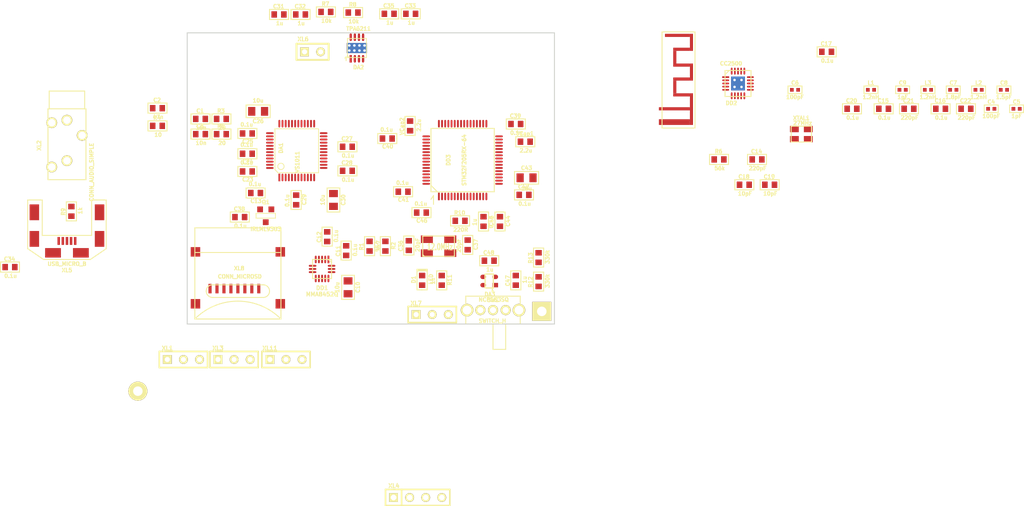
<source format=kicad_pcb>
(kicad_pcb (version 3) (host pcbnew "(2013-05-16 BZR 4016)-stable")

  (general
    (links 267)
    (no_connects 267)
    (area 130.170999 92.1602 292.429001 193.02854)
    (thickness 1.6)
    (drawings 6)
    (tracks 0)
    (zones 0)
    (modules 89)
    (nets 74)
  )

  (page A3)
  (layers
    (15 F.Cu signal)
    (0 B.Cu signal)
    (16 B.Adhes user)
    (17 F.Adhes user)
    (18 B.Paste user)
    (19 F.Paste user)
    (20 B.SilkS user)
    (21 F.SilkS user)
    (22 B.Mask user)
    (23 F.Mask user)
    (24 Dwgs.User user)
    (25 Cmts.User user)
    (26 Eco1.User user)
    (27 Eco2.User user)
    (28 Edge.Cuts user)
  )

  (setup
    (last_trace_width 0.254)
    (trace_clearance 0.254)
    (zone_clearance 0.508)
    (zone_45_only no)
    (trace_min 0.254)
    (segment_width 0.2)
    (edge_width 0.15)
    (via_size 0.889)
    (via_drill 0.635)
    (via_min_size 0.889)
    (via_min_drill 0.508)
    (uvia_size 0.508)
    (uvia_drill 0.127)
    (uvias_allowed no)
    (uvia_min_size 0.508)
    (uvia_min_drill 0.127)
    (pcb_text_width 0.3)
    (pcb_text_size 1.5 1.5)
    (mod_edge_width 0.15)
    (mod_text_size 1.5 1.5)
    (mod_text_width 0.15)
    (pad_size 2 2)
    (pad_drill 1.4)
    (pad_to_mask_clearance 0.2)
    (aux_axis_origin 0 0)
    (visible_elements 7FFFFBFF)
    (pcbplotparams
      (layerselection 3178497)
      (usegerberextensions true)
      (excludeedgelayer true)
      (linewidth 0.150000)
      (plotframeref false)
      (viasonmask false)
      (mode 1)
      (useauxorigin false)
      (hpglpennumber 1)
      (hpglpenspeed 20)
      (hpglpendiameter 15)
      (hpglpenoverlay 2)
      (psnegative false)
      (psa4output false)
      (plotreference true)
      (plotvalue true)
      (plotothertext true)
      (plotinvisibletext false)
      (padsonsilk false)
      (subtractmaskfromsilk false)
      (outputformat 1)
      (mirror false)
      (drillshape 1)
      (scaleselection 1)
      (outputdirectory ""))
  )

  (net 0 "")
  (net 1 +3.3V)
  (net 2 +5V)
  (net 3 +BATT)
  (net 4 /12MHz_Clk)
  (net 5 /ACC_IRQ)
  (net 6 /AMPLF_SHDN)
  (net 7 /Ant1)
  (net 8 /Ant2)
  (net 9 /BATTERY_PLUS)
  (net 10 /CC_CS)
  (net 11 /CC_GDO0)
  (net 12 /CC_MISO)
  (net 13 /CC_MOSI)
  (net 14 /CC_SCK)
  (net 15 /I2C_SCL)
  (net 16 /I2C_SDA)
  (net 17 /RX2)
  (net 18 /SD_CLK)
  (net 19 /SD_CMD)
  (net 20 /SD_DAT0)
  (net 21 /SD_DAT1)
  (net 22 /SD_DAT2)
  (net 23 /SD_DAT3)
  (net 24 /SD_POWER)
  (net 25 /SD_VDD)
  (net 26 /SND_C)
  (net 27 /SND_L)
  (net 28 /SND_R)
  (net 29 /SNS1_OUT)
  (net 30 /SNS2_OUT)
  (net 31 /SNS3_OUT)
  (net 32 /SWCLK)
  (net 33 /SWDIO)
  (net 34 /TX2)
  (net 35 /UBat_2)
  (net 36 /USB_DM)
  (net 37 /USB_DP)
  (net 38 /VS_DREQ)
  (net 39 /VS_RST)
  (net 40 /VS_SCLK)
  (net 41 /VS_SI)
  (net 42 /VS_SO)
  (net 43 /VS_XCS)
  (net 44 /VS_XDCS)
  (net 45 GND)
  (net 46 N-0000014)
  (net 47 N-0000018)
  (net 48 N-0000021)
  (net 49 N-0000022)
  (net 50 N-0000029)
  (net 51 N-0000034)
  (net 52 N-0000035)
  (net 53 N-0000036)
  (net 54 N-0000037)
  (net 55 N-0000038)
  (net 56 N-0000039)
  (net 57 N-000005)
  (net 58 N-0000052)
  (net 59 N-0000053)
  (net 60 N-0000054)
  (net 61 N-0000055)
  (net 62 N-0000060)
  (net 63 N-0000061)
  (net 64 N-0000062)
  (net 65 N-0000063)
  (net 66 N-0000064)
  (net 67 N-0000065)
  (net 68 N-0000066)
  (net 69 N-0000067)
  (net 70 N-0000070)
  (net 71 N-0000071)
  (net 72 N-0000072)
  (net 73 N-0000073)

  (net_class Default "This is the default net class."
    (clearance 0.254)
    (trace_width 0.254)
    (via_dia 0.889)
    (via_drill 0.635)
    (uvia_dia 0.508)
    (uvia_drill 0.127)
    (add_net "")
    (add_net +3.3V)
    (add_net +5V)
    (add_net +BATT)
    (add_net /12MHz_Clk)
    (add_net /ACC_IRQ)
    (add_net /AMPLF_SHDN)
    (add_net /Ant1)
    (add_net /Ant2)
    (add_net /BATTERY_PLUS)
    (add_net /CC_CS)
    (add_net /CC_GDO0)
    (add_net /CC_MISO)
    (add_net /CC_MOSI)
    (add_net /CC_SCK)
    (add_net /I2C_SCL)
    (add_net /I2C_SDA)
    (add_net /RX2)
    (add_net /SD_CLK)
    (add_net /SD_CMD)
    (add_net /SD_DAT0)
    (add_net /SD_DAT1)
    (add_net /SD_DAT2)
    (add_net /SD_DAT3)
    (add_net /SD_POWER)
    (add_net /SD_VDD)
    (add_net /SND_C)
    (add_net /SND_L)
    (add_net /SND_R)
    (add_net /SNS1_OUT)
    (add_net /SNS2_OUT)
    (add_net /SNS3_OUT)
    (add_net /SWCLK)
    (add_net /SWDIO)
    (add_net /TX2)
    (add_net /UBat_2)
    (add_net /USB_DM)
    (add_net /USB_DP)
    (add_net /VS_DREQ)
    (add_net /VS_RST)
    (add_net /VS_SCLK)
    (add_net /VS_SI)
    (add_net /VS_SO)
    (add_net /VS_XCS)
    (add_net /VS_XDCS)
    (add_net GND)
    (add_net N-0000014)
    (add_net N-0000018)
    (add_net N-0000021)
    (add_net N-0000022)
    (add_net N-0000029)
    (add_net N-0000034)
    (add_net N-0000035)
    (add_net N-0000036)
    (add_net N-0000037)
    (add_net N-0000038)
    (add_net N-0000039)
    (add_net N-000005)
    (add_net N-0000052)
    (add_net N-0000053)
    (add_net N-0000054)
    (add_net N-0000055)
    (add_net N-0000060)
    (add_net N-0000061)
    (add_net N-0000062)
    (add_net N-0000063)
    (add_net N-0000064)
    (add_net N-0000065)
    (add_net N-0000066)
    (add_net N-0000067)
    (add_net N-0000070)
    (add_net N-0000071)
    (add_net N-0000072)
    (add_net N-0000073)
  )

  (module USBmicro_MOLEX_WM17142 (layer F.Cu) (tedit 5191FED1) (tstamp 527C9994)
    (at 141 126 270)
    (descr "Molex uUSB, PCB cut needed")
    (path /50A2002B)
    (fp_text reference XL5 (at 5.5 0 360) (layer F.SilkS)
      (effects (font (size 0.6 0.6) (thickness 0.15)))
    )
    (fp_text value USB_MICRO_B (at 4.5 0 360) (layer F.SilkS)
      (effects (font (size 0.6 0.6) (thickness 0.15)))
    )
    (fp_line (start -5.6 -3.9) (end -5.6 -6.2) (layer F.SilkS) (width 0.15))
    (fp_line (start -5.6 -6.2) (end 2.1 -6.2) (layer F.SilkS) (width 0.15))
    (fp_line (start 2.1 -6.2) (end 3.8 -3.7) (layer F.SilkS) (width 0.15))
    (fp_line (start 3.8 -3.7) (end 3.8 3.7) (layer F.SilkS) (width 0.15))
    (fp_line (start 3.8 3.7) (end 2.1 6.2) (layer F.SilkS) (width 0.15))
    (fp_line (start 2.1 6.2) (end -5.6 6.2) (layer F.SilkS) (width 0.15))
    (fp_line (start -5.6 6.2) (end -5.6 3.9) (layer F.SilkS) (width 0.15))
    (fp_line (start -5.6 -3.9) (end 0 -3.9) (layer F.SilkS) (width 0.15))
    (fp_line (start 0 -3.9) (end 0 3.9) (layer F.SilkS) (width 0.15))
    (fp_line (start 0 3.9) (end -5.6 3.9) (layer F.SilkS) (width 0.15))
    (pad SHLD smd rect (at -3.65 -5.15 270) (size 2.5 1.5)
      (layers F.Cu F.Paste F.Mask)
      (net 45 GND)
    )
    (pad SHLD smd rect (at -3.65 5.15 270) (size 2.5 1.5)
      (layers F.Cu F.Paste F.Mask)
      (net 45 GND)
    )
    (pad SHLD smd rect (at 0.55 -5.15 270) (size 2.5 1.5)
      (layers F.Cu F.Paste F.Mask)
      (net 45 GND)
    )
    (pad SHLD smd rect (at 0.55 5.15 270) (size 2.5 1.5)
      (layers F.Cu F.Paste F.Mask)
      (net 45 GND)
    )
    (pad SHLD smd rect (at 2.75 -2.2) (size 2.5 1.5)
      (layers F.Cu F.Paste F.Mask)
      (net 45 GND)
    )
    (pad SHLD smd rect (at 2.75 2.2) (size 2.5 1.5)
      (layers F.Cu F.Paste F.Mask)
      (net 45 GND)
    )
    (pad 1 smd rect (at 0.875 -1.3 270) (size 1.25 0.4)
      (layers F.Cu F.Paste F.Mask)
      (net 2 +5V)
    )
    (pad 2 smd rect (at 0.875 -0.65 270) (size 1.25 0.4)
      (layers F.Cu F.Paste F.Mask)
      (net 36 /USB_DM)
    )
    (pad 3 smd rect (at 0.875 0 270) (size 1.25 0.4)
      (layers F.Cu F.Paste F.Mask)
      (net 37 /USB_DP)
    )
    (pad 4 smd rect (at 0.875 0.65 270) (size 1.25 0.4)
      (layers F.Cu F.Paste F.Mask)
      (net 45 GND)
    )
    (pad 5 smd rect (at 0.875 1.3 270) (size 1.25 0.4)
      (layers F.Cu F.Paste F.Mask)
      (net 45 GND)
    )
  )

  (module SOT23 (layer F.Cu) (tedit 4FFB45DA) (tstamp 527C99AF)
    (at 172.4 122.9)
    (descr "Module SOT23")
    (path /508FFBD7)
    (attr smd)
    (fp_text reference Q1 (at 0 -2.159) (layer F.SilkS)
      (effects (font (size 0.59944 0.59944) (thickness 0.14986)))
    )
    (fp_text value IRLML9303 (at 0 2.10058) (layer F.SilkS)
      (effects (font (size 0.59944 0.59944) (thickness 0.14986)))
    )
    (fp_line (start -1.524 -0.381) (end 1.524 -0.381) (layer F.SilkS) (width 0.127))
    (fp_line (start 1.524 -0.381) (end 1.524 0.381) (layer F.SilkS) (width 0.127))
    (fp_line (start 1.524 0.381) (end -1.524 0.381) (layer F.SilkS) (width 0.127))
    (fp_line (start -1.524 0.381) (end -1.524 -0.381) (layer F.SilkS) (width 0.127))
    (pad 2 smd rect (at -0.889 -1.016) (size 0.9144 0.9144)
      (layers F.Cu F.Paste F.Mask)
      (net 1 +3.3V)
    )
    (pad 1 smd rect (at 0.889 -1.016) (size 0.9144 0.9144)
      (layers F.Cu F.Paste F.Mask)
      (net 24 /SD_POWER)
    )
    (pad 3 smd rect (at 0 1.016) (size 0.9144 0.9144)
      (layers F.Cu F.Paste F.Mask)
      (net 25 /SD_VDD)
    )
    (model 3d\sot23-3.wrl
      (at (xyz 0 0 0))
      (scale (xyz 1 1 1))
      (rotate (xyz 0 0 180))
    )
  )

  (module SIL1_SQUARE_1MM5 (layer F.Cu) (tedit 4EBAEFF5) (tstamp 527C99B4)
    (at 216 138)
    (descr "Connecteurs 2 pins")
    (tags "CONN DEV")
    (path /527CA0FB)
    (fp_text reference XL9 (at 0 -1.778) (layer F.SilkS) hide
      (effects (font (size 0.14986 0.14986) (thickness 0.0381)))
    )
    (fp_text value CONN_1 (at 0 2.032) (layer F.SilkS) hide
      (effects (font (size 0.635 0.635) (thickness 0.16002)))
    )
    (pad 1 thru_hole rect (at 0 0) (size 2.99974 2.99974) (drill 1.50114)
      (layers *.Cu *.Mask F.SilkS)
      (net 9 /BATTERY_PLUS)
    )
  )

  (module SIL1_ROUND_1MM5 (layer F.Cu) (tedit 4EBAEFCE) (tstamp 527C99B9)
    (at 152.2 150.6)
    (descr "Connecteurs 2 pins")
    (tags "CONN DEV")
    (path /527CA0F5)
    (fp_text reference XL10 (at 0 -1.778) (layer F.SilkS) hide
      (effects (font (size 0.14986 0.14986) (thickness 0.0381)))
    )
    (fp_text value CONN_1 (at 0 2.032) (layer F.SilkS) hide
      (effects (font (size 0.635 0.635) (thickness 0.16002)))
    )
    (pad 1 thru_hole circle (at 0 0) (size 2.99974 2.99974) (drill 1.50114)
      (layers *.Cu *.Mask F.SilkS)
      (net 45 GND)
    )
  )

  (module SIL-4 (layer F.Cu) (tedit 4EBAF149) (tstamp 527C99C6)
    (at 196.4 167.4)
    (descr "Single-line connector 4-pin")
    (path /50C0787A)
    (fp_text reference XL4 (at -3.74904 -1.84912) (layer F.SilkS)
      (effects (font (size 0.635 0.635) (thickness 0.16002)))
    )
    (fp_text value ST_SWD (at 3.59918 -1.84912) (layer F.SilkS) hide
      (effects (font (size 0.635 0.635) (thickness 0.16002)))
    )
    (fp_line (start -2.54 -1.27) (end -2.54 1.27) (layer F.SilkS) (width 0.254))
    (fp_line (start -5.08 -1.27) (end 5.08 -1.27) (layer F.SilkS) (width 0.254))
    (fp_line (start 5.08 -1.27) (end 5.08 1.27) (layer F.SilkS) (width 0.254))
    (fp_line (start 5.08 1.27) (end -5.08 1.27) (layer F.SilkS) (width 0.254))
    (fp_line (start -5.08 1.27) (end -5.08 -1.27) (layer F.SilkS) (width 0.254))
    (pad 1 thru_hole rect (at -3.81 0) (size 1.39954 1.39954) (drill 0.89916)
      (layers *.Cu *.Mask F.SilkS)
      (net 1 +3.3V)
    )
    (pad 2 thru_hole circle (at -1.27 0) (size 1.39954 1.39954) (drill 0.89916)
      (layers *.Cu *.Mask F.SilkS)
      (net 32 /SWCLK)
    )
    (pad 3 thru_hole circle (at 1.27 0) (size 1.39954 1.39954) (drill 0.89916)
      (layers *.Cu *.Mask F.SilkS)
      (net 45 GND)
    )
    (pad 4 thru_hole circle (at 3.81 0) (size 1.39954 1.39954) (drill 0.89916)
      (layers *.Cu *.Mask F.SilkS)
      (net 33 /SWDIO)
    )
  )

  (module SIL-3 (layer F.Cu) (tedit 4D35A701) (tstamp 527C99D1)
    (at 175.6 145.6)
    (descr "Connector 3-pin")
    (path /527C98E3)
    (fp_text reference XL11 (at -2.54 -1.778) (layer F.SilkS)
      (effects (font (size 0.635 0.635) (thickness 0.16002)))
    )
    (fp_text value CONN_3 (at 2.286 -1.778) (layer F.SilkS) hide
      (effects (font (size 0.635 0.635) (thickness 0.16002)))
    )
    (fp_line (start -3.81 -1.27) (end 3.81 -1.27) (layer F.SilkS) (width 0.254))
    (fp_line (start 3.81 -1.27) (end 3.81 1.27) (layer F.SilkS) (width 0.254))
    (fp_line (start 3.81 1.27) (end -3.81 1.27) (layer F.SilkS) (width 0.254))
    (fp_line (start -3.81 1.27) (end -3.81 -1.27) (layer F.SilkS) (width 0.254))
    (pad 1 thru_hole rect (at -2.54 0) (size 1.397 1.397) (drill 0.8128)
      (layers *.Cu *.Mask F.SilkS)
      (net 1 +3.3V)
    )
    (pad 2 thru_hole circle (at 0 0) (size 1.397 1.397) (drill 0.8128)
      (layers *.Cu *.Mask F.SilkS)
      (net 31 /SNS3_OUT)
    )
    (pad 3 thru_hole circle (at 2.54 0) (size 1.397 1.397) (drill 0.8128)
      (layers *.Cu *.Mask F.SilkS)
      (net 45 GND)
    )
  )

  (module SIL-3 (layer F.Cu) (tedit 4D35A701) (tstamp 527C99DC)
    (at 167.4 145.6)
    (descr "Connector 3-pin")
    (path /527CA3FE)
    (fp_text reference XL3 (at -2.54 -1.778) (layer F.SilkS)
      (effects (font (size 0.635 0.635) (thickness 0.16002)))
    )
    (fp_text value CONN_3 (at 2.286 -1.778) (layer F.SilkS) hide
      (effects (font (size 0.635 0.635) (thickness 0.16002)))
    )
    (fp_line (start -3.81 -1.27) (end 3.81 -1.27) (layer F.SilkS) (width 0.254))
    (fp_line (start 3.81 -1.27) (end 3.81 1.27) (layer F.SilkS) (width 0.254))
    (fp_line (start 3.81 1.27) (end -3.81 1.27) (layer F.SilkS) (width 0.254))
    (fp_line (start -3.81 1.27) (end -3.81 -1.27) (layer F.SilkS) (width 0.254))
    (pad 1 thru_hole rect (at -2.54 0) (size 1.397 1.397) (drill 0.8128)
      (layers *.Cu *.Mask F.SilkS)
      (net 1 +3.3V)
    )
    (pad 2 thru_hole circle (at 0 0) (size 1.397 1.397) (drill 0.8128)
      (layers *.Cu *.Mask F.SilkS)
      (net 30 /SNS2_OUT)
    )
    (pad 3 thru_hole circle (at 2.54 0) (size 1.397 1.397) (drill 0.8128)
      (layers *.Cu *.Mask F.SilkS)
      (net 45 GND)
    )
  )

  (module SIL-3 (layer F.Cu) (tedit 4D35A701) (tstamp 527C99E7)
    (at 159.4 145.6)
    (descr "Connector 3-pin")
    (path /527CA3EF)
    (fp_text reference XL1 (at -2.54 -1.778) (layer F.SilkS)
      (effects (font (size 0.635 0.635) (thickness 0.16002)))
    )
    (fp_text value CONN_3 (at 2.286 -1.778) (layer F.SilkS) hide
      (effects (font (size 0.635 0.635) (thickness 0.16002)))
    )
    (fp_line (start -3.81 -1.27) (end 3.81 -1.27) (layer F.SilkS) (width 0.254))
    (fp_line (start 3.81 -1.27) (end 3.81 1.27) (layer F.SilkS) (width 0.254))
    (fp_line (start 3.81 1.27) (end -3.81 1.27) (layer F.SilkS) (width 0.254))
    (fp_line (start -3.81 1.27) (end -3.81 -1.27) (layer F.SilkS) (width 0.254))
    (pad 1 thru_hole rect (at -2.54 0) (size 1.397 1.397) (drill 0.8128)
      (layers *.Cu *.Mask F.SilkS)
      (net 1 +3.3V)
    )
    (pad 2 thru_hole circle (at 0 0) (size 1.397 1.397) (drill 0.8128)
      (layers *.Cu *.Mask F.SilkS)
      (net 29 /SNS1_OUT)
    )
    (pad 3 thru_hole circle (at 2.54 0) (size 1.397 1.397) (drill 0.8128)
      (layers *.Cu *.Mask F.SilkS)
      (net 45 GND)
    )
  )

  (module SIL-3 (layer F.Cu) (tedit 4D35A701) (tstamp 527C99F2)
    (at 198.7 138.5)
    (descr "Connector 3-pin")
    (path /512E0D54)
    (fp_text reference XL7 (at -2.54 -1.778) (layer F.SilkS)
      (effects (font (size 0.635 0.635) (thickness 0.16002)))
    )
    (fp_text value CONN_3 (at 2.286 -1.778) (layer F.SilkS) hide
      (effects (font (size 0.635 0.635) (thickness 0.16002)))
    )
    (fp_line (start -3.81 -1.27) (end 3.81 -1.27) (layer F.SilkS) (width 0.254))
    (fp_line (start 3.81 -1.27) (end 3.81 1.27) (layer F.SilkS) (width 0.254))
    (fp_line (start 3.81 1.27) (end -3.81 1.27) (layer F.SilkS) (width 0.254))
    (fp_line (start -3.81 1.27) (end -3.81 -1.27) (layer F.SilkS) (width 0.254))
    (pad 1 thru_hole rect (at -2.54 0) (size 1.397 1.397) (drill 0.8128)
      (layers *.Cu *.Mask F.SilkS)
      (net 45 GND)
    )
    (pad 2 thru_hole circle (at 0 0) (size 1.397 1.397) (drill 0.8128)
      (layers *.Cu *.Mask F.SilkS)
      (net 34 /TX2)
    )
    (pad 3 thru_hole circle (at 2.54 0) (size 1.397 1.397) (drill 0.8128)
      (layers *.Cu *.Mask F.SilkS)
      (net 17 /RX2)
    )
  )

  (module SIL-2 (layer F.Cu) (tedit 4CE6706A) (tstamp 527C99FC)
    (at 179.8 97)
    (descr "Connecteurs 2 pins")
    (tags "CONN DEV")
    (path /52778828)
    (fp_text reference XL6 (at -1.50114 -1.99898) (layer F.SilkS)
      (effects (font (size 0.635 0.635) (thickness 0.16002)))
    )
    (fp_text value CONN_2 (at 1.50114 -1.99898) (layer F.SilkS) hide
      (effects (font (size 0.635 0.635) (thickness 0.16002)))
    )
    (fp_line (start -2.54 1.27) (end -2.54 -1.27) (layer F.SilkS) (width 0.3048))
    (fp_line (start -2.54 -1.27) (end 2.54 -1.27) (layer F.SilkS) (width 0.3048))
    (fp_line (start 2.54 -1.27) (end 2.54 1.27) (layer F.SilkS) (width 0.3048))
    (fp_line (start 2.54 1.27) (end -2.54 1.27) (layer F.SilkS) (width 0.3048))
    (pad 1 thru_hole rect (at -1.27 0) (size 1.397 1.397) (drill 0.8128)
      (layers *.Cu *.Mask F.SilkS)
      (net 66 N-0000064)
    )
    (pad 2 thru_hole circle (at 1.27 0) (size 1.397 1.397) (drill 0.8128)
      (layers *.Cu *.Mask F.SilkS)
      (net 65 N-0000063)
    )
  )

  (module SC82AB (layer F.Cu) (tedit 5047C523) (tstamp 527C9A0B)
    (at 207.7 133.2 180)
    (path /5277B193)
    (fp_text reference DA3 (at -0.09906 -2.10058 180) (layer F.SilkS)
      (effects (font (size 0.59944 0.59944) (thickness 0.14986)))
    )
    (fp_text value NCP583SQ (at -0.70104 -2.94894 180) (layer F.SilkS)
      (effects (font (size 0.59944 0.59944) (thickness 0.14986)))
    )
    (fp_line (start -0.50038 -1.30048) (end -0.50038 -1.651) (layer F.SilkS) (width 0.20066))
    (fp_line (start -0.50038 -1.651) (end -0.59944 -1.5494) (layer F.SilkS) (width 0.20066))
    (fp_line (start -0.65024 0) (end -0.65024 -1.09982) (layer F.SilkS) (width 0.20066))
    (fp_line (start -0.65024 -1.09982) (end 0.65024 -1.09982) (layer F.SilkS) (width 0.20066))
    (fp_line (start 0.65024 -1.09982) (end 0.65024 1.09982) (layer F.SilkS) (width 0.20066))
    (fp_line (start 0.65024 1.09982) (end -0.65024 1.09982) (layer F.SilkS) (width 0.20066))
    (fp_line (start -0.65024 1.09982) (end -0.65024 0) (layer F.SilkS) (width 0.20066))
    (pad 1 smd rect (at -0.94996 -0.65024 180) (size 0.89916 0.70104)
      (layers F.Cu F.Paste F.Mask)
      (net 3 +BATT)
    )
    (pad 2 smd oval (at -0.94996 0.65024 180) (size 0.89916 0.70104)
      (layers F.Cu F.Paste F.Mask)
      (net 45 GND)
    )
    (pad 3 smd oval (at 0.94996 0.65024 180) (size 0.89916 0.70104)
      (layers F.Cu F.Paste F.Mask)
      (net 1 +3.3V)
    )
    (pad 4 smd oval (at 0.94996 -0.65024 180) (size 0.89916 0.70104)
      (layers F.Cu F.Paste F.Mask)
      (net 3 +BATT)
    )
  )

  (module RES_0603 (layer F.Cu) (tedit 518CEC2B) (tstamp 527C9A16)
    (at 191.3 127.7 270)
    (path /4FCBC024)
    (attr smd)
    (fp_text reference R2 (at -0.0635 -1.27 270) (layer F.SilkS)
      (effects (font (size 0.6 0.6) (thickness 0.15)))
    )
    (fp_text value 4k7 (at 0.09906 1.39954 270) (layer F.SilkS)
      (effects (font (size 0.6 0.6) (thickness 0.15)))
    )
    (fp_line (start -1.5 0) (end -1.5 -0.8) (layer F.SilkS) (width 0.15))
    (fp_line (start -1.5 -0.8) (end 1.5 -0.8) (layer F.SilkS) (width 0.15))
    (fp_line (start 1.5 -0.8) (end 1.5 0.8) (layer F.SilkS) (width 0.15))
    (fp_line (start 1.5 0.8) (end -1.5 0.8) (layer F.SilkS) (width 0.15))
    (fp_line (start -1.5 0.8) (end -1.5 0) (layer F.SilkS) (width 0.15))
    (pad 1 smd rect (at -0.762 0 270) (size 0.889 1.016)
      (layers F.Cu F.Paste F.Mask)
      (net 16 /I2C_SDA)
    )
    (pad 2 smd rect (at 0.762 0 270) (size 0.889 1.016)
      (layers F.Cu F.Paste F.Mask)
      (net 1 +3.3V)
    )
    (model 3d\r_0603.wrl
      (at (xyz 0 0 0))
      (scale (xyz 1 1 1))
      (rotate (xyz 0 0 0))
    )
  )

  (module RES_0603 (layer F.Cu) (tedit 518CEC2B) (tstamp 527C9A21)
    (at 188.8 127.7 90)
    (path /4FCBC023)
    (attr smd)
    (fp_text reference R1 (at -0.0635 -1.27 90) (layer F.SilkS)
      (effects (font (size 0.6 0.6) (thickness 0.15)))
    )
    (fp_text value 4k7 (at 0.09906 1.39954 90) (layer F.SilkS)
      (effects (font (size 0.6 0.6) (thickness 0.15)))
    )
    (fp_line (start -1.5 0) (end -1.5 -0.8) (layer F.SilkS) (width 0.15))
    (fp_line (start -1.5 -0.8) (end 1.5 -0.8) (layer F.SilkS) (width 0.15))
    (fp_line (start 1.5 -0.8) (end 1.5 0.8) (layer F.SilkS) (width 0.15))
    (fp_line (start 1.5 0.8) (end -1.5 0.8) (layer F.SilkS) (width 0.15))
    (fp_line (start -1.5 0.8) (end -1.5 0) (layer F.SilkS) (width 0.15))
    (pad 1 smd rect (at -0.762 0 90) (size 0.889 1.016)
      (layers F.Cu F.Paste F.Mask)
      (net 1 +3.3V)
    )
    (pad 2 smd rect (at 0.762 0 90) (size 0.889 1.016)
      (layers F.Cu F.Paste F.Mask)
      (net 15 /I2C_SCL)
    )
    (model 3d\r_0603.wrl
      (at (xyz 0 0 0))
      (scale (xyz 1 1 1))
      (rotate (xyz 0 0 0))
    )
  )

  (module RES_0603 (layer F.Cu) (tedit 518CEC2B) (tstamp 527C9A2C)
    (at 215.5 133.3 90)
    (path /5045D6D1)
    (attr smd)
    (fp_text reference R12 (at -0.0635 -1.27 90) (layer F.SilkS)
      (effects (font (size 0.6 0.6) (thickness 0.15)))
    )
    (fp_text value 330k (at 0.09906 1.39954 90) (layer F.SilkS)
      (effects (font (size 0.6 0.6) (thickness 0.15)))
    )
    (fp_line (start -1.5 0) (end -1.5 -0.8) (layer F.SilkS) (width 0.15))
    (fp_line (start -1.5 -0.8) (end 1.5 -0.8) (layer F.SilkS) (width 0.15))
    (fp_line (start 1.5 -0.8) (end 1.5 0.8) (layer F.SilkS) (width 0.15))
    (fp_line (start 1.5 0.8) (end -1.5 0.8) (layer F.SilkS) (width 0.15))
    (fp_line (start -1.5 0.8) (end -1.5 0) (layer F.SilkS) (width 0.15))
    (pad 1 smd rect (at -0.762 0 90) (size 0.889 1.016)
      (layers F.Cu F.Paste F.Mask)
      (net 3 +BATT)
    )
    (pad 2 smd rect (at 0.762 0 90) (size 0.889 1.016)
      (layers F.Cu F.Paste F.Mask)
      (net 35 /UBat_2)
    )
    (model 3d\r_0603.wrl
      (at (xyz 0 0 0))
      (scale (xyz 1 1 1))
      (rotate (xyz 0 0 0))
    )
  )

  (module RES_0603 (layer F.Cu) (tedit 518CEC2B) (tstamp 527C9A37)
    (at 215.5 129.5 90)
    (path /5045D6D2)
    (attr smd)
    (fp_text reference R13 (at -0.0635 -1.27 90) (layer F.SilkS)
      (effects (font (size 0.6 0.6) (thickness 0.15)))
    )
    (fp_text value 330k (at 0.09906 1.39954 90) (layer F.SilkS)
      (effects (font (size 0.6 0.6) (thickness 0.15)))
    )
    (fp_line (start -1.5 0) (end -1.5 -0.8) (layer F.SilkS) (width 0.15))
    (fp_line (start -1.5 -0.8) (end 1.5 -0.8) (layer F.SilkS) (width 0.15))
    (fp_line (start 1.5 -0.8) (end 1.5 0.8) (layer F.SilkS) (width 0.15))
    (fp_line (start 1.5 0.8) (end -1.5 0.8) (layer F.SilkS) (width 0.15))
    (fp_line (start -1.5 0.8) (end -1.5 0) (layer F.SilkS) (width 0.15))
    (pad 1 smd rect (at -0.762 0 90) (size 0.889 1.016)
      (layers F.Cu F.Paste F.Mask)
      (net 35 /UBat_2)
    )
    (pad 2 smd rect (at 0.762 0 90) (size 0.889 1.016)
      (layers F.Cu F.Paste F.Mask)
      (net 45 GND)
    )
    (model 3d\r_0603.wrl
      (at (xyz 0 0 0))
      (scale (xyz 1 1 1))
      (rotate (xyz 0 0 0))
    )
  )

  (module RES_0603 (layer F.Cu) (tedit 518CEC2B) (tstamp 527C9A42)
    (at 165.4 110)
    (path /527BF5D2)
    (attr smd)
    (fp_text reference R5 (at -0.0635 -1.27) (layer F.SilkS)
      (effects (font (size 0.6 0.6) (thickness 0.15)))
    )
    (fp_text value 20 (at 0.09906 1.39954) (layer F.SilkS)
      (effects (font (size 0.6 0.6) (thickness 0.15)))
    )
    (fp_line (start -1.5 0) (end -1.5 -0.8) (layer F.SilkS) (width 0.15))
    (fp_line (start -1.5 -0.8) (end 1.5 -0.8) (layer F.SilkS) (width 0.15))
    (fp_line (start 1.5 -0.8) (end 1.5 0.8) (layer F.SilkS) (width 0.15))
    (fp_line (start 1.5 0.8) (end -1.5 0.8) (layer F.SilkS) (width 0.15))
    (fp_line (start -1.5 0.8) (end -1.5 0) (layer F.SilkS) (width 0.15))
    (pad 1 smd rect (at -0.762 0) (size 0.889 1.016)
      (layers F.Cu F.Paste F.Mask)
      (net 73 N-0000073)
    )
    (pad 2 smd rect (at 0.762 0) (size 0.889 1.016)
      (layers F.Cu F.Paste F.Mask)
      (net 27 /SND_L)
    )
    (model 3d\r_0603.wrl
      (at (xyz 0 0 0))
      (scale (xyz 1 1 1))
      (rotate (xyz 0 0 0))
    )
  )

  (module RES_0603 (layer F.Cu) (tedit 518CEC2B) (tstamp 527C9A4D)
    (at 186.2 90.8)
    (path /52778846)
    (attr smd)
    (fp_text reference R8 (at -0.0635 -1.27) (layer F.SilkS)
      (effects (font (size 0.6 0.6) (thickness 0.15)))
    )
    (fp_text value 10k (at 0.09906 1.39954) (layer F.SilkS)
      (effects (font (size 0.6 0.6) (thickness 0.15)))
    )
    (fp_line (start -1.5 0) (end -1.5 -0.8) (layer F.SilkS) (width 0.15))
    (fp_line (start -1.5 -0.8) (end 1.5 -0.8) (layer F.SilkS) (width 0.15))
    (fp_line (start 1.5 -0.8) (end 1.5 0.8) (layer F.SilkS) (width 0.15))
    (fp_line (start 1.5 0.8) (end -1.5 0.8) (layer F.SilkS) (width 0.15))
    (fp_line (start -1.5 0.8) (end -1.5 0) (layer F.SilkS) (width 0.15))
    (pad 1 smd rect (at -0.762 0) (size 0.889 1.016)
      (layers F.Cu F.Paste F.Mask)
      (net 63 N-0000061)
    )
    (pad 2 smd rect (at 0.762 0) (size 0.889 1.016)
      (layers F.Cu F.Paste F.Mask)
      (net 59 N-0000053)
    )
    (model 3d\r_0603.wrl
      (at (xyz 0 0 0))
      (scale (xyz 1 1 1))
      (rotate (xyz 0 0 0))
    )
  )

  (module RES_0603 (layer F.Cu) (tedit 518CEC2B) (tstamp 527C9A58)
    (at 181.9 90.7)
    (path /5277884C)
    (attr smd)
    (fp_text reference R7 (at -0.0635 -1.27) (layer F.SilkS)
      (effects (font (size 0.6 0.6) (thickness 0.15)))
    )
    (fp_text value 10k (at 0.09906 1.39954) (layer F.SilkS)
      (effects (font (size 0.6 0.6) (thickness 0.15)))
    )
    (fp_line (start -1.5 0) (end -1.5 -0.8) (layer F.SilkS) (width 0.15))
    (fp_line (start -1.5 -0.8) (end 1.5 -0.8) (layer F.SilkS) (width 0.15))
    (fp_line (start 1.5 -0.8) (end 1.5 0.8) (layer F.SilkS) (width 0.15))
    (fp_line (start 1.5 0.8) (end -1.5 0.8) (layer F.SilkS) (width 0.15))
    (fp_line (start -1.5 0.8) (end -1.5 0) (layer F.SilkS) (width 0.15))
    (pad 1 smd rect (at -0.762 0) (size 0.889 1.016)
      (layers F.Cu F.Paste F.Mask)
      (net 58 N-0000052)
    )
    (pad 2 smd rect (at 0.762 0) (size 0.889 1.016)
      (layers F.Cu F.Paste F.Mask)
      (net 64 N-0000062)
    )
    (model 3d\r_0603.wrl
      (at (xyz 0 0 0))
      (scale (xyz 1 1 1))
      (rotate (xyz 0 0 0))
    )
  )

  (module RES_0603 (layer F.Cu) (tedit 518CEC2B) (tstamp 527C9A63)
    (at 200.2 133.1 270)
    (path /5277BAC3)
    (attr smd)
    (fp_text reference R11 (at -0.0635 -1.27 270) (layer F.SilkS)
      (effects (font (size 0.6 0.6) (thickness 0.15)))
    )
    (fp_text value 1k (at 0.09906 1.39954 270) (layer F.SilkS)
      (effects (font (size 0.6 0.6) (thickness 0.15)))
    )
    (fp_line (start -1.5 0) (end -1.5 -0.8) (layer F.SilkS) (width 0.15))
    (fp_line (start -1.5 -0.8) (end 1.5 -0.8) (layer F.SilkS) (width 0.15))
    (fp_line (start 1.5 -0.8) (end 1.5 0.8) (layer F.SilkS) (width 0.15))
    (fp_line (start 1.5 0.8) (end -1.5 0.8) (layer F.SilkS) (width 0.15))
    (fp_line (start -1.5 0.8) (end -1.5 0) (layer F.SilkS) (width 0.15))
    (pad 1 smd rect (at -0.762 0 270) (size 0.889 1.016)
      (layers F.Cu F.Paste F.Mask)
      (net 70 N-0000070)
    )
    (pad 2 smd rect (at 0.762 0 270) (size 0.889 1.016)
      (layers F.Cu F.Paste F.Mask)
      (net 61 N-0000055)
    )
    (model 3d\r_0603.wrl
      (at (xyz 0 0 0))
      (scale (xyz 1 1 1))
      (rotate (xyz 0 0 0))
    )
  )

  (module RES_0603 (layer F.Cu) (tedit 518CEC2B) (tstamp 527C9A6E)
    (at 141.7 122.2 90)
    (path /51337D22)
    (attr smd)
    (fp_text reference R9 (at -0.0635 -1.27 90) (layer F.SilkS)
      (effects (font (size 0.6 0.6) (thickness 0.15)))
    )
    (fp_text value 1k (at 0.09906 1.39954 90) (layer F.SilkS)
      (effects (font (size 0.6 0.6) (thickness 0.15)))
    )
    (fp_line (start -1.5 0) (end -1.5 -0.8) (layer F.SilkS) (width 0.15))
    (fp_line (start -1.5 -0.8) (end 1.5 -0.8) (layer F.SilkS) (width 0.15))
    (fp_line (start 1.5 -0.8) (end 1.5 0.8) (layer F.SilkS) (width 0.15))
    (fp_line (start 1.5 0.8) (end -1.5 0.8) (layer F.SilkS) (width 0.15))
    (fp_line (start -1.5 0.8) (end -1.5 0) (layer F.SilkS) (width 0.15))
    (pad 1 smd rect (at -0.762 0 90) (size 0.889 1.016)
      (layers F.Cu F.Paste F.Mask)
      (net 62 N-0000060)
    )
    (pad 2 smd rect (at 0.762 0 90) (size 0.889 1.016)
      (layers F.Cu F.Paste F.Mask)
      (net 2 +5V)
    )
    (model 3d\r_0603.wrl
      (at (xyz 0 0 0))
      (scale (xyz 1 1 1))
      (rotate (xyz 0 0 0))
    )
  )

  (module RES_0603 (layer F.Cu) (tedit 518CEC2B) (tstamp 527C9A79)
    (at 155.3 108.7)
    (path /527BF5D8)
    (attr smd)
    (fp_text reference R4 (at -0.0635 -1.27) (layer F.SilkS)
      (effects (font (size 0.6 0.6) (thickness 0.15)))
    )
    (fp_text value 10 (at 0.09906 1.39954) (layer F.SilkS)
      (effects (font (size 0.6 0.6) (thickness 0.15)))
    )
    (fp_line (start -1.5 0) (end -1.5 -0.8) (layer F.SilkS) (width 0.15))
    (fp_line (start -1.5 -0.8) (end 1.5 -0.8) (layer F.SilkS) (width 0.15))
    (fp_line (start 1.5 -0.8) (end 1.5 0.8) (layer F.SilkS) (width 0.15))
    (fp_line (start 1.5 0.8) (end -1.5 0.8) (layer F.SilkS) (width 0.15))
    (fp_line (start -1.5 0.8) (end -1.5 0) (layer F.SilkS) (width 0.15))
    (pad 1 smd rect (at -0.762 0) (size 0.889 1.016)
      (layers F.Cu F.Paste F.Mask)
      (net 72 N-0000072)
    )
    (pad 2 smd rect (at 0.762 0) (size 0.889 1.016)
      (layers F.Cu F.Paste F.Mask)
      (net 26 /SND_C)
    )
    (model 3d\r_0603.wrl
      (at (xyz 0 0 0))
      (scale (xyz 1 1 1))
      (rotate (xyz 0 0 0))
    )
  )

  (module RES_0603 (layer F.Cu) (tedit 518CEC2B) (tstamp 527C9A84)
    (at 165.4 107.6)
    (path /527BF5F6)
    (attr smd)
    (fp_text reference R3 (at -0.0635 -1.27) (layer F.SilkS)
      (effects (font (size 0.6 0.6) (thickness 0.15)))
    )
    (fp_text value 20 (at 0.09906 1.39954) (layer F.SilkS)
      (effects (font (size 0.6 0.6) (thickness 0.15)))
    )
    (fp_line (start -1.5 0) (end -1.5 -0.8) (layer F.SilkS) (width 0.15))
    (fp_line (start -1.5 -0.8) (end 1.5 -0.8) (layer F.SilkS) (width 0.15))
    (fp_line (start 1.5 -0.8) (end 1.5 0.8) (layer F.SilkS) (width 0.15))
    (fp_line (start 1.5 0.8) (end -1.5 0.8) (layer F.SilkS) (width 0.15))
    (fp_line (start -1.5 0.8) (end -1.5 0) (layer F.SilkS) (width 0.15))
    (pad 1 smd rect (at -0.762 0) (size 0.889 1.016)
      (layers F.Cu F.Paste F.Mask)
      (net 71 N-0000071)
    )
    (pad 2 smd rect (at 0.762 0) (size 0.889 1.016)
      (layers F.Cu F.Paste F.Mask)
      (net 28 /SND_R)
    )
    (model 3d\r_0603.wrl
      (at (xyz 0 0 0))
      (scale (xyz 1 1 1))
      (rotate (xyz 0 0 0))
    )
  )

  (module RES_0603 (layer F.Cu) (tedit 518CEC2B) (tstamp 527C9A8F)
    (at 203.1 123.7)
    (path /527C0611)
    (attr smd)
    (fp_text reference R10 (at -0.0635 -1.27) (layer F.SilkS)
      (effects (font (size 0.6 0.6) (thickness 0.15)))
    )
    (fp_text value 220R (at 0.09906 1.39954) (layer F.SilkS)
      (effects (font (size 0.6 0.6) (thickness 0.15)))
    )
    (fp_line (start -1.5 0) (end -1.5 -0.8) (layer F.SilkS) (width 0.15))
    (fp_line (start -1.5 -0.8) (end 1.5 -0.8) (layer F.SilkS) (width 0.15))
    (fp_line (start 1.5 -0.8) (end 1.5 0.8) (layer F.SilkS) (width 0.15))
    (fp_line (start 1.5 0.8) (end -1.5 0.8) (layer F.SilkS) (width 0.15))
    (fp_line (start -1.5 0.8) (end -1.5 0) (layer F.SilkS) (width 0.15))
    (pad 1 smd rect (at -0.762 0) (size 0.889 1.016)
      (layers F.Cu F.Paste F.Mask)
      (net 69 N-0000067)
    )
    (pad 2 smd rect (at 0.762 0) (size 0.889 1.016)
      (layers F.Cu F.Paste F.Mask)
      (net 68 N-0000066)
    )
    (model 3d\r_0603.wrl
      (at (xyz 0 0 0))
      (scale (xyz 1 1 1))
      (rotate (xyz 0 0 0))
    )
  )

  (module RES_0603 (layer F.Cu) (tedit 518CEC2B) (tstamp 527C9A9A)
    (at 244 114)
    (path /527C8E90)
    (attr smd)
    (fp_text reference R6 (at -0.0635 -1.27) (layer F.SilkS)
      (effects (font (size 0.6 0.6) (thickness 0.15)))
    )
    (fp_text value 56k (at 0.09906 1.39954) (layer F.SilkS)
      (effects (font (size 0.6 0.6) (thickness 0.15)))
    )
    (fp_line (start -1.5 0) (end -1.5 -0.8) (layer F.SilkS) (width 0.15))
    (fp_line (start -1.5 -0.8) (end 1.5 -0.8) (layer F.SilkS) (width 0.15))
    (fp_line (start 1.5 -0.8) (end 1.5 0.8) (layer F.SilkS) (width 0.15))
    (fp_line (start 1.5 0.8) (end -1.5 0.8) (layer F.SilkS) (width 0.15))
    (fp_line (start -1.5 0.8) (end -1.5 0) (layer F.SilkS) (width 0.15))
    (pad 1 smd rect (at -0.762 0) (size 0.889 1.016)
      (layers F.Cu F.Paste F.Mask)
      (net 50 N-0000029)
    )
    (pad 2 smd rect (at 0.762 0) (size 0.889 1.016)
      (layers F.Cu F.Paste F.Mask)
      (net 45 GND)
    )
    (model 3d\r_0603.wrl
      (at (xyz 0 0 0))
      (scale (xyz 1 1 1))
      (rotate (xyz 0 0 0))
    )
  )

  (module QFN20 (layer F.Cu) (tedit 51A05F1F) (tstamp 527C9ABB)
    (at 247 102)
    (path /527C8E9C)
    (fp_text reference DD2 (at -1.04902 3.0988) (layer F.SilkS)
      (effects (font (size 0.6 0.6) (thickness 0.15)))
    )
    (fp_text value CC2500 (at -1.09982 -3.1496) (layer F.SilkS)
      (effects (font (size 0.6 0.6) (thickness 0.15)))
    )
    (fp_line (start -2.04978 -1.39954) (end -1.39954 -2.04978) (layer F.SilkS) (width 0.15))
    (fp_line (start -2.04978 -2.04978) (end 2.04978 -2.04978) (layer F.SilkS) (width 0.15))
    (fp_line (start 2.04978 -2.04978) (end 2.04978 2.04978) (layer F.SilkS) (width 0.15))
    (fp_line (start 2.04978 2.04978) (end -2.04978 2.04978) (layer F.SilkS) (width 0.15))
    (fp_line (start -2.04978 2.04978) (end -2.04978 -2.04978) (layer F.SilkS) (width 0.15))
    (pad 1 smd rect (at -1.95 -1) (size 1.1 0.28)
      (layers F.Cu F.Paste F.Mask)
      (net 14 /CC_SCK)
    )
    (pad 2 smd oval (at -1.95 -0.5) (size 1.1 0.28)
      (layers F.Cu F.Paste F.Mask)
      (net 12 /CC_MISO)
    )
    (pad 3 smd oval (at -1.95 0) (size 1.1 0.28)
      (layers F.Cu F.Paste F.Mask)
    )
    (pad 4 smd oval (at -1.95 0.5) (size 1.1 0.28)
      (layers F.Cu F.Paste F.Mask)
      (net 1 +3.3V)
    )
    (pad 5 smd oval (at -1.95 1) (size 1.1 0.28)
      (layers F.Cu F.Paste F.Mask)
      (net 48 N-0000021)
    )
    (pad 6 smd oval (at -1 1.95 90) (size 1.1 0.28)
      (layers F.Cu F.Paste F.Mask)
      (net 11 /CC_GDO0)
    )
    (pad 7 smd oval (at -0.5 1.95 90) (size 1.1 0.28)
      (layers F.Cu F.Paste F.Mask)
      (net 10 /CC_CS)
    )
    (pad 8 smd oval (at 0 1.95 90) (size 1.1 0.28)
      (layers F.Cu F.Paste F.Mask)
      (net 49 N-0000022)
    )
    (pad 9 smd oval (at 0.5 1.95 90) (size 1.1 0.28)
      (layers F.Cu F.Paste F.Mask)
      (net 1 +3.3V)
    )
    (pad 10 smd oval (at 1 1.95 90) (size 1.1 0.28)
      (layers F.Cu F.Paste F.Mask)
      (net 56 N-0000039)
    )
    (pad 11 smd oval (at 1.95 1 180) (size 1.1 0.28)
      (layers F.Cu F.Paste F.Mask)
      (net 1 +3.3V)
    )
    (pad 12 smd oval (at 1.95 0.5 180) (size 1.1 0.28)
      (layers F.Cu F.Paste F.Mask)
      (net 7 /Ant1)
    )
    (pad 13 smd oval (at 1.95 0 180) (size 1.1 0.28)
      (layers F.Cu F.Paste F.Mask)
      (net 8 /Ant2)
    )
    (pad 14 smd oval (at 1.95 -0.5 180) (size 1.1 0.28)
      (layers F.Cu F.Paste F.Mask)
      (net 1 +3.3V)
    )
    (pad 15 smd oval (at 1.95 -1 180) (size 1.1 0.28)
      (layers F.Cu F.Paste F.Mask)
      (net 1 +3.3V)
    )
    (pad 16 smd oval (at 1 -1.95 90) (size 1.1 0.28)
      (layers F.Cu F.Paste F.Mask)
      (net 45 GND)
    )
    (pad 17 smd oval (at 0.5 -1.95 90) (size 1.1 0.28)
      (layers F.Cu F.Paste F.Mask)
      (net 50 N-0000029)
    )
    (pad 18 smd oval (at 0 -1.95 90) (size 1.1 0.28)
      (layers F.Cu F.Paste F.Mask)
      (net 1 +3.3V)
    )
    (pad 19 smd oval (at -0.5 -1.95 90) (size 1.1 0.28)
      (layers F.Cu F.Paste F.Mask)
      (net 45 GND)
    )
    (pad 20 smd oval (at -1 -1.95 90) (size 1.1 0.28)
      (layers F.Cu F.Paste F.Mask)
      (net 13 /CC_MOSI)
    )
    (pad PAD thru_hole rect (at -0.55 -0.55) (size 1.1 1.1) (drill 0.4)
      (layers *.Cu F.Mask)
      (net 45 GND)
    )
    (pad PAD thru_hole rect (at 0.55 -0.55) (size 1.1 1.1) (drill 0.4)
      (layers *.Cu F.Mask)
      (net 45 GND)
    )
    (pad PAD thru_hole rect (at -0.55 0.55) (size 1.1 1.1) (drill 0.4)
      (layers *.Cu F.Mask)
      (net 45 GND)
    )
    (pad PAD thru_hole rect (at 0.55 0.55) (size 1.1 1.1) (drill 0.4)
      (layers *.Cu F.Mask)
      (net 45 GND)
    )
    (model 3d\qfn20.wrl
      (at (xyz 0 0 0))
      (scale (xyz 1 1 1))
      (rotate (xyz 0 0 90))
    )
  )

  (module QFN16_5_3 (layer F.Cu) (tedit 4DD97E3C) (tstamp 527C9AD4)
    (at 181.3 131.3 180)
    (path /512C9C96)
    (fp_text reference DD1 (at 0 -2.99974 180) (layer F.SilkS)
      (effects (font (size 0.635 0.635) (thickness 0.14986)))
    )
    (fp_text value MMA8452Q (at 0 -4.0005 180) (layer F.SilkS)
      (effects (font (size 0.635 0.635) (thickness 0.14986)))
    )
    (fp_line (start -1.50114 1.00076) (end -1.00076 1.50114) (layer F.SilkS) (width 0.14986))
    (fp_line (start -1.50114 -1.50114) (end 1.50114 -1.50114) (layer F.SilkS) (width 0.14986))
    (fp_line (start 1.50114 -1.50114) (end 1.50114 1.50114) (layer F.SilkS) (width 0.14986))
    (fp_line (start 1.50114 1.50114) (end -1.50114 1.50114) (layer F.SilkS) (width 0.14986))
    (fp_line (start -1.50114 1.50114) (end -1.50114 -1.50114) (layer F.SilkS) (width 0.14986))
    (pad 1 smd rect (at -1.00076 1.50114 270) (size 1.19888 0.29972)
      (layers F.Cu F.Paste F.Mask)
      (net 1 +3.3V)
    )
    (pad 2 smd oval (at -0.50038 1.50114 270) (size 1.19888 0.29972)
      (layers F.Cu F.Paste F.Mask)
      (net 51 N-0000034)
    )
    (pad 3 smd oval (at 0 1.50114 270) (size 1.19888 0.29972)
      (layers F.Cu F.Paste F.Mask)
    )
    (pad 4 smd oval (at 0.50038 1.50114 270) (size 1.19888 0.29972)
      (layers F.Cu F.Paste F.Mask)
      (net 15 /I2C_SCL)
    )
    (pad 5 smd oval (at 1.00076 1.50114 270) (size 1.19888 0.29972)
      (layers F.Cu F.Paste F.Mask)
      (net 45 GND)
    )
    (pad 6 smd oval (at 1.50114 0.50038 180) (size 1.19888 0.29972)
      (layers F.Cu F.Paste F.Mask)
      (net 16 /I2C_SDA)
    )
    (pad 7 smd oval (at 1.50114 0 180) (size 1.19888 0.29972)
      (layers F.Cu F.Paste F.Mask)
      (net 45 GND)
    )
    (pad 8 smd oval (at 1.50114 -0.50038 180) (size 1.19888 0.29972)
      (layers F.Cu F.Paste F.Mask)
    )
    (pad 9 smd oval (at 1.00076 -1.50114 270) (size 1.19888 0.29972)
      (layers F.Cu F.Paste F.Mask)
    )
    (pad 10 smd oval (at 0.50038 -1.50114 270) (size 1.19888 0.29972)
      (layers F.Cu F.Paste F.Mask)
      (net 45 GND)
    )
    (pad 11 smd oval (at 0 -1.50114 270) (size 1.19888 0.29972)
      (layers F.Cu F.Paste F.Mask)
      (net 5 /ACC_IRQ)
    )
    (pad 12 smd oval (at -0.50038 -1.50114 270) (size 1.19888 0.29972)
      (layers F.Cu F.Paste F.Mask)
      (net 45 GND)
    )
    (pad 13 smd oval (at -1.00076 -1.50114 270) (size 1.19888 0.29972)
      (layers F.Cu F.Paste F.Mask)
    )
    (pad 14 smd oval (at -1.50114 -0.50038 180) (size 1.19888 0.29972)
      (layers F.Cu F.Paste F.Mask)
      (net 1 +3.3V)
    )
    (pad 15 smd oval (at -1.50114 0 180) (size 1.19888 0.29972)
      (layers F.Cu F.Paste F.Mask)
    )
    (pad 16 smd oval (at -1.50114 0.50038 180) (size 1.19888 0.29972)
      (layers F.Cu F.Paste F.Mask)
    )
  )

  (module MICROSD_CAP_FIX05A (layer F.Cu) (tedit 50CF5322) (tstamp 527C9AF0)
    (at 168 132 270)
    (path /50A73E28)
    (fp_text reference XL8 (at -0.8001 -0.20066 360) (layer F.SilkS)
      (effects (font (size 0.59944 0.59944) (thickness 0.14986)))
    )
    (fp_text value CONN_MICROSD (at 0.50038 -0.29972 360) (layer F.SilkS)
      (effects (font (size 0.59944 0.59944) (thickness 0.14986)))
    )
    (fp_line (start -3.29946 -6.79958) (end -3.29946 6.79958) (layer F.SilkS) (width 0.14986))
    (fp_arc (start 2.79908 4.0005) (end 2.79908 5.00126) (angle 90) (layer F.SilkS) (width 0.14986))
    (fp_arc (start 2.79908 4.0005) (end 3.79984 4.0005) (angle 90) (layer F.SilkS) (width 0.14986))
    (fp_arc (start 2.79908 -4.0005) (end 2.79908 -5.00126) (angle 90) (layer F.SilkS) (width 0.14986))
    (fp_arc (start 2.79908 -4.0005) (end 1.80086 -4.0005) (angle 90) (layer F.SilkS) (width 0.14986))
    (fp_line (start 3.79984 4.0005) (end 3.79984 -4.0005) (layer F.SilkS) (width 0.14986))
    (fp_line (start 1.80086 -4.0005) (end 1.80086 4.0005) (layer F.SilkS) (width 0.14986))
    (fp_arc (start 14.00048 0) (end 7.2009 6.79958) (angle 90) (layer F.SilkS) (width 0.14986))
    (fp_line (start 7.2009 -6.79958) (end 7.2009 6.79958) (layer F.SilkS) (width 0.14986))
    (fp_line (start 7.2009 6.79958) (end -7.2009 6.79958) (layer F.SilkS) (width 0.14986))
    (fp_line (start -7.2009 6.79958) (end -7.2009 -6.79958) (layer F.SilkS) (width 0.14986))
    (fp_line (start -7.2009 -6.79958) (end 7.2009 -6.79958) (layer F.SilkS) (width 0.14986))
    (pad 1 smd rect (at 2.4003 -3.29946 270) (size 1.50114 0.50038)
      (layers F.Cu F.Paste F.Mask)
      (net 22 /SD_DAT2)
    )
    (pad 2 smd rect (at 2.4003 -2.19964 270) (size 1.50114 0.50038)
      (layers F.Cu F.Paste F.Mask)
      (net 23 /SD_DAT3)
    )
    (pad 3 smd rect (at 2.4003 -1.09982 270) (size 1.50114 0.50038)
      (layers F.Cu F.Paste F.Mask)
      (net 19 /SD_CMD)
    )
    (pad 4 smd rect (at 2.4003 0 270) (size 1.50114 0.50038)
      (layers F.Cu F.Paste F.Mask)
      (net 25 /SD_VDD)
    )
    (pad 5 smd rect (at 2.4003 1.09982 270) (size 1.50114 0.50038)
      (layers F.Cu F.Paste F.Mask)
      (net 18 /SD_CLK)
    )
    (pad 6 smd rect (at 2.4003 2.19964 270) (size 1.50114 0.50038)
      (layers F.Cu F.Paste F.Mask)
      (net 45 GND)
    )
    (pad 7 smd rect (at 2.4003 3.29946 270) (size 1.50114 0.50038)
      (layers F.Cu F.Paste F.Mask)
      (net 20 /SD_DAT0)
    )
    (pad 8 smd rect (at 2.4003 4.39928 270) (size 1.50114 0.50038)
      (layers F.Cu F.Paste F.Mask)
      (net 21 /SD_DAT1)
    )
    (pad H smd rect (at -3.40106 -6.70052 270) (size 1.50114 1.50114)
      (layers F.Cu F.Paste F.Mask)
      (net 45 GND)
    )
    (pad H smd rect (at 4.8006 -6.70052 270) (size 1.50114 1.50114)
      (layers F.Cu F.Paste F.Mask)
      (net 45 GND)
    )
    (pad H smd rect (at -3.40106 6.70052 270) (size 1.50114 1.50114)
      (layers F.Cu F.Paste F.Mask)
      (net 45 GND)
    )
    (pad H smd rect (at 4.8006 6.70052 270) (size 1.50114 1.50114)
      (layers F.Cu F.Paste F.Mask)
      (net 45 GND)
    )
  )

  (module LQFP64 (layer F.Cu) (tedit 512E1127) (tstamp 527C9B3B)
    (at 203.5 114.1 90)
    (path /5277C237)
    (fp_text reference DD3 (at 0 -2.25044 90) (layer F.SilkS)
      (effects (font (size 0.59944 0.59944) (thickness 0.14986)))
    )
    (fp_text value STM32F205RX-64 (at 0 0.24892 90) (layer F.SilkS)
      (effects (font (size 0.59944 0.59944) (thickness 0.14986)))
    )
    (fp_line (start -7.00024 -4.59994) (end -5.6007 -4.59994) (layer F.SilkS) (width 0.14986))
    (fp_line (start -5.6007 -4.59994) (end -6.20014 -5.00126) (layer F.SilkS) (width 0.14986))
    (fp_line (start -5.00126 -4.0005) (end -4.0005 -5.00126) (layer F.SilkS) (width 0.14986))
    (fp_line (start -5.00126 -5.00126) (end 5.00126 -5.00126) (layer F.SilkS) (width 0.14986))
    (fp_line (start 5.00126 -5.00126) (end 5.00126 5.00126) (layer F.SilkS) (width 0.14986))
    (fp_line (start 5.00126 5.00126) (end -5.00126 5.00126) (layer F.SilkS) (width 0.14986))
    (fp_line (start -5.00126 5.00126) (end -5.00126 -5.00126) (layer F.SilkS) (width 0.14986))
    (pad 1 smd rect (at -5.74802 -3.74904 90) (size 1.19888 0.29972)
      (layers F.Cu F.Paste F.Mask)
      (net 1 +3.3V)
    )
    (pad 2 smd oval (at -5.74802 -3.2512 90) (size 1.19888 0.29972)
      (layers F.Cu F.Paste F.Mask)
      (net 70 N-0000070)
    )
    (pad 3 smd oval (at -5.74802 -2.75082 90) (size 1.19888 0.29972)
      (layers F.Cu F.Paste F.Mask)
    )
    (pad 4 smd oval (at -5.74802 -2.25044 90) (size 1.19888 0.29972)
      (layers F.Cu F.Paste F.Mask)
    )
    (pad 5 smd oval (at -5.74802 -1.75006 90) (size 1.19888 0.29972)
      (layers F.Cu F.Paste F.Mask)
      (net 67 N-0000065)
    )
    (pad 6 smd oval (at -5.74802 -1.24968 90) (size 1.19888 0.29972)
      (layers F.Cu F.Paste F.Mask)
      (net 69 N-0000067)
    )
    (pad 7 smd oval (at -5.74802 -0.7493 90) (size 1.19888 0.29972)
      (layers F.Cu F.Paste F.Mask)
    )
    (pad 8 smd oval (at -5.74802 -0.24892 90) (size 1.19888 0.29972)
      (layers F.Cu F.Paste F.Mask)
      (net 35 /UBat_2)
    )
    (pad 9 smd oval (at -5.75056 0.24638 90) (size 1.19888 0.29972)
      (layers F.Cu F.Paste F.Mask)
    )
    (pad 10 smd oval (at -5.75056 0.74676 90) (size 1.19888 0.29972)
      (layers F.Cu F.Paste F.Mask)
    )
    (pad 11 smd oval (at -5.75056 1.24714 90) (size 1.19888 0.29972)
      (layers F.Cu F.Paste F.Mask)
      (net 5 /ACC_IRQ)
    )
    (pad 12 smd oval (at -5.7531 1.74752 90) (size 1.19888 0.29972)
      (layers F.Cu F.Paste F.Mask)
      (net 45 GND)
    )
    (pad 13 smd oval (at -5.75056 2.25044 90) (size 1.19888 0.29972)
      (layers F.Cu F.Paste F.Mask)
      (net 1 +3.3V)
    )
    (pad 14 smd oval (at -5.75056 2.75082 90) (size 1.19888 0.29972)
      (layers F.Cu F.Paste F.Mask)
      (net 29 /SNS1_OUT)
    )
    (pad 15 smd oval (at -5.75056 3.2512 90) (size 1.19888 0.29972)
      (layers F.Cu F.Paste F.Mask)
      (net 30 /SNS2_OUT)
    )
    (pad 16 smd oval (at -5.75056 3.74904 90) (size 1.19888 0.29972)
      (layers F.Cu F.Paste F.Mask)
      (net 34 /TX2)
    )
    (pad 17 smd oval (at -3.74904 5.74802 180) (size 1.19888 0.29972)
      (layers F.Cu F.Paste F.Mask)
      (net 17 /RX2)
    )
    (pad 18 smd oval (at -3.24866 5.74802 180) (size 1.19888 0.29972)
      (layers F.Cu F.Paste F.Mask)
      (net 45 GND)
    )
    (pad 19 smd oval (at -2.74828 5.74802 180) (size 1.19888 0.29972)
      (layers F.Cu F.Paste F.Mask)
      (net 1 +3.3V)
    )
    (pad 20 smd oval (at -2.25044 5.74802 180) (size 1.19888 0.29972)
      (layers F.Cu F.Paste F.Mask)
      (net 11 /CC_GDO0)
    )
    (pad 21 smd oval (at -1.75006 5.74802 180) (size 1.19888 0.29972)
      (layers F.Cu F.Paste F.Mask)
      (net 14 /CC_SCK)
    )
    (pad 22 smd oval (at -1.24968 5.74802 180) (size 1.19888 0.29972)
      (layers F.Cu F.Paste F.Mask)
      (net 12 /CC_MISO)
    )
    (pad 23 smd oval (at -0.75184 5.74802 180) (size 1.19888 0.29972)
      (layers F.Cu F.Paste F.Mask)
      (net 13 /CC_MOSI)
    )
    (pad 24 smd oval (at -0.25146 5.74802 180) (size 1.19888 0.29972)
      (layers F.Cu F.Paste F.Mask)
      (net 24 /SD_POWER)
    )
    (pad 33 smd oval (at 5.7531 3.74904 90) (size 1.19888 0.29972)
      (layers F.Cu F.Paste F.Mask)
    )
    (pad 34 smd oval (at 5.7531 3.24866 90) (size 1.19888 0.29972)
      (layers F.Cu F.Paste F.Mask)
      (net 40 /VS_SCLK)
    )
    (pad 35 smd oval (at 5.7531 2.74828 90) (size 1.19888 0.29972)
      (layers F.Cu F.Paste F.Mask)
      (net 42 /VS_SO)
    )
    (pad 36 smd oval (at 5.7531 2.2479 90) (size 1.19888 0.29972)
      (layers F.Cu F.Paste F.Mask)
      (net 41 /VS_SI)
    )
    (pad 25 smd oval (at 0.24892 5.75056 180) (size 1.19888 0.29972)
      (layers F.Cu F.Paste F.Mask)
      (net 31 /SNS3_OUT)
    )
    (pad 26 smd oval (at 0.7493 5.75056 180) (size 1.19888 0.29972)
      (layers F.Cu F.Paste F.Mask)
    )
    (pad 27 smd oval (at 1.24968 5.75056 180) (size 1.19888 0.29972)
      (layers F.Cu F.Paste F.Mask)
    )
    (pad 28 smd oval (at 1.75006 5.75056 180) (size 1.19888 0.29972)
      (layers F.Cu F.Paste F.Mask)
      (net 38 /VS_DREQ)
    )
    (pad 29 smd oval (at 2.25044 5.75056 180) (size 1.19888 0.29972)
      (layers F.Cu F.Paste F.Mask)
    )
    (pad 30 smd oval (at 2.75082 5.75056 180) (size 1.19888 0.29972)
      (layers F.Cu F.Paste F.Mask)
    )
    (pad 31 smd oval (at 3.2512 5.75056 180) (size 1.19888 0.29972)
      (layers F.Cu F.Paste F.Mask)
      (net 46 N-0000014)
    )
    (pad 32 smd oval (at 3.74904 5.75056 180) (size 1.19888 0.29972)
      (layers F.Cu F.Paste F.Mask)
      (net 1 +3.3V)
    )
    (pad 37 smd oval (at 5.75056 1.75006 90) (size 1.19888 0.29972)
      (layers F.Cu F.Paste F.Mask)
    )
    (pad 38 smd oval (at 5.75056 1.24968 90) (size 1.19888 0.29972)
      (layers F.Cu F.Paste F.Mask)
    )
    (pad 39 smd oval (at 5.75056 0.7493 90) (size 1.19888 0.29972)
      (layers F.Cu F.Paste F.Mask)
      (net 20 /SD_DAT0)
    )
    (pad 40 smd oval (at 5.75056 0.24892 90) (size 1.19888 0.29972)
      (layers F.Cu F.Paste F.Mask)
      (net 21 /SD_DAT1)
    )
    (pad 41 smd oval (at 5.75056 -0.24892 90) (size 1.19888 0.29972)
      (layers F.Cu F.Paste F.Mask)
      (net 4 /12MHz_Clk)
    )
    (pad 42 smd oval (at 5.75056 -0.7493 90) (size 1.19888 0.29972)
      (layers F.Cu F.Paste F.Mask)
      (net 62 N-0000060)
    )
    (pad 43 smd oval (at 5.75056 -1.24968 90) (size 1.19888 0.29972)
      (layers F.Cu F.Paste F.Mask)
      (net 10 /CC_CS)
    )
    (pad 44 smd oval (at 5.75056 -1.75006 90) (size 1.19888 0.29972)
      (layers F.Cu F.Paste F.Mask)
      (net 36 /USB_DM)
    )
    (pad 45 smd oval (at 5.75056 -2.25044 90) (size 1.19888 0.29972)
      (layers F.Cu F.Paste F.Mask)
      (net 37 /USB_DP)
    )
    (pad 46 smd oval (at 5.75056 -2.75082 90) (size 1.19888 0.29972)
      (layers F.Cu F.Paste F.Mask)
      (net 33 /SWDIO)
    )
    (pad 47 smd oval (at 5.75056 -3.2512 90) (size 1.19888 0.29972)
      (layers F.Cu F.Paste F.Mask)
      (net 47 N-0000018)
    )
    (pad 48 smd oval (at 5.75056 -3.74904 90) (size 1.19888 0.29972)
      (layers F.Cu F.Paste F.Mask)
      (net 1 +3.3V)
    )
    (pad 49 smd oval (at 3.74904 -5.75056 180) (size 1.19888 0.29972)
      (layers F.Cu F.Paste F.Mask)
      (net 32 /SWCLK)
    )
    (pad 50 smd oval (at 3.2512 -5.75056 180) (size 1.19888 0.29972)
      (layers F.Cu F.Paste F.Mask)
      (net 6 /AMPLF_SHDN)
    )
    (pad 51 smd oval (at 2.75082 -5.75056 180) (size 1.19888 0.29972)
      (layers F.Cu F.Paste F.Mask)
      (net 22 /SD_DAT2)
    )
    (pad 52 smd oval (at 2.25044 -5.75056 180) (size 1.19888 0.29972)
      (layers F.Cu F.Paste F.Mask)
      (net 23 /SD_DAT3)
    )
    (pad 53 smd oval (at 1.75006 -5.75056 180) (size 1.19888 0.29972)
      (layers F.Cu F.Paste F.Mask)
      (net 18 /SD_CLK)
    )
    (pad 54 smd oval (at 1.24968 -5.75056 180) (size 1.19888 0.29972)
      (layers F.Cu F.Paste F.Mask)
      (net 19 /SD_CMD)
    )
    (pad 55 smd oval (at 0.7493 -5.75056 180) (size 1.19888 0.29972)
      (layers F.Cu F.Paste F.Mask)
      (net 43 /VS_XCS)
    )
    (pad 56 smd oval (at 0.24892 -5.75056 180) (size 1.19888 0.29972)
      (layers F.Cu F.Paste F.Mask)
      (net 39 /VS_RST)
    )
    (pad 57 smd oval (at -0.24892 -5.75056 180) (size 1.19888 0.29972)
      (layers F.Cu F.Paste F.Mask)
    )
    (pad 58 smd oval (at -0.7493 -5.75056 180) (size 1.19888 0.29972)
      (layers F.Cu F.Paste F.Mask)
      (net 15 /I2C_SCL)
    )
    (pad 59 smd oval (at -1.24968 -5.75056 180) (size 1.19888 0.29972)
      (layers F.Cu F.Paste F.Mask)
      (net 16 /I2C_SDA)
    )
    (pad 60 smd oval (at -1.75006 -5.75056 180) (size 1.19888 0.29972)
      (layers F.Cu F.Paste F.Mask)
      (net 45 GND)
    )
    (pad 61 smd oval (at -2.25044 -5.75056 180) (size 1.19888 0.29972)
      (layers F.Cu F.Paste F.Mask)
      (net 44 /VS_XDCS)
    )
    (pad 62 smd oval (at -2.75082 -5.75056 180) (size 1.19888 0.29972)
      (layers F.Cu F.Paste F.Mask)
    )
    (pad 63 smd oval (at -3.2512 -5.75056 180) (size 1.19888 0.29972)
      (layers F.Cu F.Paste F.Mask)
      (net 45 GND)
    )
    (pad 64 smd oval (at -3.74904 -5.75056 180) (size 1.19888 0.29972)
      (layers F.Cu F.Paste F.Mask)
      (net 1 +3.3V)
    )
  )

  (module LQFP48 (layer F.Cu) (tedit 4FFB4676) (tstamp 527C9B75)
    (at 177.3 112.6 90)
    (path /50A28257)
    (fp_text reference DA1 (at 0.39878 -2.49936 90) (layer F.SilkS)
      (effects (font (size 0.59944 0.59944) (thickness 0.14986)))
    )
    (fp_text value VS1011 (at -1.80086 0.09906 90) (layer F.SilkS)
      (effects (font (size 0.59944 0.59944) (thickness 0.14986)))
    )
    (fp_line (start 3.39852 3.44932) (end -3.50012 3.44932) (layer F.SilkS) (width 0.127))
    (fp_line (start -3.50012 3.44932) (end -3.50012 -2.99974) (layer F.SilkS) (width 0.127))
    (fp_line (start -3.44932 -2.99974) (end -2.99974 -3.44932) (layer F.SilkS) (width 0.127))
    (fp_line (start -2.99974 -3.44932) (end 3.44932 -3.44932) (layer F.SilkS) (width 0.127))
    (fp_line (start 3.44932 -3.44932) (end 3.44932 3.40106) (layer F.SilkS) (width 0.127))
    (fp_circle (center -2.49936 -2.49936) (end -1.99898 -2.49936) (layer F.SilkS) (width 0.127))
    (pad 1 smd rect (at -4.24942 -2.75082 90) (size 1.19888 0.29972)
      (layers F.Cu F.Paste F.Mask)
    )
    (pad 2 smd oval (at -4.24942 -2.25298 90) (size 1.19888 0.29972)
      (layers F.Cu F.Paste F.Mask)
    )
    (pad 3 smd oval (at -4.24942 -1.7526 90) (size 1.19888 0.29972)
      (layers F.Cu F.Paste F.Mask)
      (net 39 /VS_RST)
    )
    (pad 4 smd oval (at -4.24942 -1.25222 90) (size 1.19888 0.29972)
      (layers F.Cu F.Paste F.Mask)
      (net 45 GND)
    )
    (pad 5 smd oval (at -4.24942 -0.75184 90) (size 1.19888 0.29972)
      (layers F.Cu F.Paste F.Mask)
    )
    (pad 6 smd oval (at -4.24942 -0.25146 90) (size 1.19888 0.29972)
      (layers F.Cu F.Paste F.Mask)
      (net 1 +3.3V)
    )
    (pad 7 smd oval (at -4.24942 0.24892 90) (size 1.19888 0.29972)
      (layers F.Cu F.Paste F.Mask)
    )
    (pad 8 smd oval (at -4.24942 0.7493 90) (size 1.19888 0.29972)
      (layers F.Cu F.Paste F.Mask)
      (net 38 /VS_DREQ)
    )
    (pad 9 smd oval (at -4.24942 1.24714 90) (size 1.19888 0.29972)
      (layers F.Cu F.Paste F.Mask)
    )
    (pad 10 smd oval (at -4.24942 1.74752 90) (size 1.19888 0.29972)
      (layers F.Cu F.Paste F.Mask)
    )
    (pad 11 smd oval (at -4.24942 2.2479 90) (size 1.19888 0.29972)
      (layers F.Cu F.Paste F.Mask)
    )
    (pad 12 smd oval (at -4.25196 2.74828 90) (size 1.19888 0.29972)
      (layers F.Cu F.Paste F.Mask)
    )
    (pad 13 smd oval (at -2.74574 4.24942 180) (size 1.19888 0.29972)
      (layers F.Cu F.Paste F.Mask)
      (net 44 /VS_XDCS)
    )
    (pad 14 smd oval (at -2.2479 4.24942 180) (size 1.19888 0.29972)
      (layers F.Cu F.Paste F.Mask)
      (net 1 +3.3V)
    )
    (pad 15 smd oval (at -1.74752 4.24942 180) (size 1.19888 0.29972)
      (layers F.Cu F.Paste F.Mask)
    )
    (pad 16 smd oval (at -1.24714 4.24942 180) (size 1.19888 0.29972)
      (layers F.Cu F.Paste F.Mask)
      (net 45 GND)
    )
    (pad 17 smd oval (at -0.74676 4.24942 180) (size 1.19888 0.29972)
      (layers F.Cu F.Paste F.Mask)
    )
    (pad 18 smd oval (at -0.24638 4.24942 180) (size 1.19888 0.29972)
      (layers F.Cu F.Paste F.Mask)
      (net 4 /12MHz_Clk)
    )
    (pad 19 smd oval (at 0.254 4.24942 180) (size 1.19888 0.29972)
      (layers F.Cu F.Paste F.Mask)
      (net 1 +3.3V)
    )
    (pad 20 smd oval (at 0.75184 4.24942 180) (size 1.19888 0.29972)
      (layers F.Cu F.Paste F.Mask)
      (net 45 GND)
    )
    (pad 21 smd oval (at 1.25222 4.24942 180) (size 1.19888 0.29972)
      (layers F.Cu F.Paste F.Mask)
      (net 45 GND)
    )
    (pad 22 smd oval (at 1.7526 4.24942 180) (size 1.19888 0.29972)
      (layers F.Cu F.Paste F.Mask)
      (net 45 GND)
    )
    (pad 23 smd oval (at 2.25044 4.24942 180) (size 1.19888 0.29972)
      (layers F.Cu F.Paste F.Mask)
      (net 43 /VS_XCS)
    )
    (pad 24 smd oval (at 2.75082 4.24942 180) (size 1.19888 0.29972)
      (layers F.Cu F.Paste F.Mask)
    )
    (pad 25 smd oval (at 4.25196 2.75082 90) (size 1.19888 0.29972)
      (layers F.Cu F.Paste F.Mask)
    )
    (pad 26 smd oval (at 4.25196 2.25044 90) (size 1.19888 0.29972)
      (layers F.Cu F.Paste F.Mask)
    )
    (pad 27 smd oval (at 4.25196 1.75006 90) (size 1.19888 0.29972)
      (layers F.Cu F.Paste F.Mask)
    )
    (pad 28 smd oval (at 4.25196 1.24968 90) (size 1.19888 0.29972)
      (layers F.Cu F.Paste F.Mask)
      (net 40 /VS_SCLK)
    )
    (pad 29 smd oval (at 4.25196 0.7493 90) (size 1.19888 0.29972)
      (layers F.Cu F.Paste F.Mask)
      (net 41 /VS_SI)
    )
    (pad 30 smd oval (at 4.25196 0.24892 90) (size 1.19888 0.29972)
      (layers F.Cu F.Paste F.Mask)
      (net 42 /VS_SO)
    )
    (pad 31 smd oval (at 4.25196 -0.25146 90) (size 1.19888 0.29972)
      (layers F.Cu F.Paste F.Mask)
    )
    (pad 32 smd oval (at 4.25196 -0.7493 90) (size 1.19888 0.29972)
      (layers F.Cu F.Paste F.Mask)
      (net 1 +3.3V)
    )
    (pad 33 smd oval (at 4.25196 -1.24968 90) (size 1.19888 0.29972)
      (layers F.Cu F.Paste F.Mask)
    )
    (pad 34 smd oval (at 4.25196 -1.75006 90) (size 1.19888 0.29972)
      (layers F.Cu F.Paste F.Mask)
    )
    (pad 35 smd oval (at 4.25196 -2.25044 90) (size 1.19888 0.29972)
      (layers F.Cu F.Paste F.Mask)
    )
    (pad 36 smd oval (at 4.25196 -2.75082 90) (size 1.19888 0.29972)
      (layers F.Cu F.Paste F.Mask)
    )
    (pad 37 smd oval (at 2.75082 -4.24942 180) (size 1.19888 0.29972)
      (layers F.Cu F.Paste F.Mask)
      (net 45 GND)
    )
    (pad 38 smd oval (at 2.25044 -4.24942 180) (size 1.19888 0.29972)
      (layers F.Cu F.Paste F.Mask)
      (net 1 +3.3V)
    )
    (pad 39 smd oval (at 1.75006 -4.24942 180) (size 1.19888 0.29972)
      (layers F.Cu F.Paste F.Mask)
      (net 28 /SND_R)
    )
    (pad 40 smd oval (at 1.24968 -4.24942 180) (size 1.19888 0.29972)
      (layers F.Cu F.Paste F.Mask)
      (net 45 GND)
    )
    (pad 41 smd oval (at 0.7493 -4.24942 180) (size 1.19888 0.29972)
      (layers F.Cu F.Paste F.Mask)
      (net 45 GND)
    )
    (pad 42 smd oval (at 0.24892 -4.24942 180) (size 1.19888 0.29972)
      (layers F.Cu F.Paste F.Mask)
      (net 26 /SND_C)
    )
    (pad 43 smd oval (at -0.24892 -4.24942 180) (size 1.19888 0.29972)
      (layers F.Cu F.Paste F.Mask)
      (net 1 +3.3V)
    )
    (pad 44 smd oval (at -0.7493 -4.24942 180) (size 1.19888 0.29972)
      (layers F.Cu F.Paste F.Mask)
      (net 57 N-000005)
    )
    (pad 45 smd oval (at -1.24968 -4.24942 180) (size 1.19888 0.29972)
      (layers F.Cu F.Paste F.Mask)
      (net 1 +3.3V)
    )
    (pad 46 smd oval (at -1.75006 -4.24942 180) (size 1.19888 0.29972)
      (layers F.Cu F.Paste F.Mask)
      (net 27 /SND_L)
    )
    (pad 47 smd oval (at -2.25044 -4.24942 180) (size 1.19888 0.29972)
      (layers F.Cu F.Paste F.Mask)
      (net 45 GND)
    )
    (pad 48 smd oval (at -2.75082 -4.24942 180) (size 1.19888 0.29972)
      (layers F.Cu F.Paste F.Mask)
    )
    (model 3d\lqfp-48.wrl
      (at (xyz 0 0 0))
      (scale (xyz 1 1 1))
      (rotate (xyz 0 0 90))
    )
  )

  (module LED0603 (layer F.Cu) (tedit 518CF9EF) (tstamp 527C9B86)
    (at 197.1 133.1 90)
    (path /5277BAB4)
    (attr smd)
    (fp_text reference D1 (at 0.127 -1.3335 90) (layer F.SilkS)
      (effects (font (size 0.6 0.6) (thickness 0.15)))
    )
    (fp_text value LED (at 0.2 1.4 90) (layer F.SilkS)
      (effects (font (size 0.6 0.6) (thickness 0.15)))
    )
    (fp_line (start 1.5 -0.8) (end 1.65 -0.8) (layer F.SilkS) (width 0.15))
    (fp_line (start 1.65 -0.8) (end 1.65 0.8) (layer F.SilkS) (width 0.15))
    (fp_line (start 1.65 0.8) (end 1.5 0.8) (layer F.SilkS) (width 0.15))
    (fp_line (start 1.5 0.8) (end 1.75 0.8) (layer F.SilkS) (width 0.15))
    (fp_line (start 1.75 0.8) (end 1.75 -0.8) (layer F.SilkS) (width 0.15))
    (fp_line (start 1.75 -0.8) (end 1.65 -0.8) (layer F.SilkS) (width 0.15))
    (fp_line (start -1.5 0) (end -1.5 -0.8) (layer F.SilkS) (width 0.15))
    (fp_line (start -1.5 -0.8) (end 1.5 -0.8) (layer F.SilkS) (width 0.15))
    (fp_line (start 1.5 -0.8) (end 1.5 0.8) (layer F.SilkS) (width 0.15))
    (fp_line (start 1.5 0.8) (end -1.5 0.8) (layer F.SilkS) (width 0.15))
    (fp_line (start -1.5 0.8) (end -1.5 -0.1) (layer F.SilkS) (width 0.15))
    (pad A smd rect (at -0.762 0 90) (size 0.889 1.016)
      (layers F.Cu F.Paste F.Mask)
      (net 61 N-0000055)
    )
    (pad C smd rect (at 0.762 0 90) (size 0.889 1.016)
      (layers F.Cu F.Paste F.Mask)
      (net 45 GND)
    )
    (model smd/chip_cms.wrl
      (at (xyz 0 0 0))
      (scale (xyz 0.1 0.1 0.1))
      (rotate (xyz 0 0 0))
    )
  )

  (module IND_0402 (layer F.Cu) (tedit 5197CF07) (tstamp 527C9B91)
    (at 285 103)
    (path /527C8F19)
    (attr smd)
    (fp_text reference L2 (at 0 -1.1) (layer F.SilkS)
      (effects (font (size 0.6 0.6) (thickness 0.15)))
    )
    (fp_text value 1.2nH (at 0 1.15) (layer F.SilkS)
      (effects (font (size 0.6 0.6) (thickness 0.15)))
    )
    (fp_line (start 0 -0.6) (end 1.1 -0.6) (layer F.SilkS) (width 0.15))
    (fp_line (start 1.1 -0.6) (end 1.1 0.6) (layer F.SilkS) (width 0.15))
    (fp_line (start 1.1 0.6) (end -1.1 0.6) (layer F.SilkS) (width 0.15))
    (fp_line (start -1.1 0.6) (end -1.1 -0.6) (layer F.SilkS) (width 0.15))
    (fp_line (start -1.1 -0.6) (end 0 -0.6) (layer F.SilkS) (width 0.15))
    (pad 1 smd rect (at -0.5 0) (size 0.6 0.6)
      (layers F.Cu F.Paste F.Mask)
      (net 55 N-0000038)
    )
    (pad 2 smd rect (at 0.5 0) (size 0.6 0.6)
      (layers F.Cu F.Paste F.Mask)
      (net 54 N-0000037)
    )
    (model 3d\r_0402.wrl
      (at (xyz 0 0 0))
      (scale (xyz 1 1 1))
      (rotate (xyz 0 0 0))
    )
  )

  (module IND_0402 (layer F.Cu) (tedit 5197CF07) (tstamp 527C9B9C)
    (at 277 103)
    (path /527C8EEF)
    (attr smd)
    (fp_text reference L3 (at 0 -1.1) (layer F.SilkS)
      (effects (font (size 0.6 0.6) (thickness 0.15)))
    )
    (fp_text value 1.2nH (at 0 1.15) (layer F.SilkS)
      (effects (font (size 0.6 0.6) (thickness 0.15)))
    )
    (fp_line (start 0 -0.6) (end 1.1 -0.6) (layer F.SilkS) (width 0.15))
    (fp_line (start 1.1 -0.6) (end 1.1 0.6) (layer F.SilkS) (width 0.15))
    (fp_line (start 1.1 0.6) (end -1.1 0.6) (layer F.SilkS) (width 0.15))
    (fp_line (start -1.1 0.6) (end -1.1 -0.6) (layer F.SilkS) (width 0.15))
    (fp_line (start -1.1 -0.6) (end 0 -0.6) (layer F.SilkS) (width 0.15))
    (pad 1 smd rect (at -0.5 0) (size 0.6 0.6)
      (layers F.Cu F.Paste F.Mask)
      (net 54 N-0000037)
    )
    (pad 2 smd rect (at 0.5 0) (size 0.6 0.6)
      (layers F.Cu F.Paste F.Mask)
      (net 52 N-0000035)
    )
    (model 3d\r_0402.wrl
      (at (xyz 0 0 0))
      (scale (xyz 1 1 1))
      (rotate (xyz 0 0 0))
    )
  )

  (module IND_0402 (layer F.Cu) (tedit 5197CF07) (tstamp 527C9BA7)
    (at 268 103)
    (path /527C8EE3)
    (attr smd)
    (fp_text reference L1 (at 0 -1.1) (layer F.SilkS)
      (effects (font (size 0.6 0.6) (thickness 0.15)))
    )
    (fp_text value 1.2nH (at 0 1.15) (layer F.SilkS)
      (effects (font (size 0.6 0.6) (thickness 0.15)))
    )
    (fp_line (start 0 -0.6) (end 1.1 -0.6) (layer F.SilkS) (width 0.15))
    (fp_line (start 1.1 -0.6) (end 1.1 0.6) (layer F.SilkS) (width 0.15))
    (fp_line (start 1.1 0.6) (end -1.1 0.6) (layer F.SilkS) (width 0.15))
    (fp_line (start -1.1 0.6) (end -1.1 -0.6) (layer F.SilkS) (width 0.15))
    (fp_line (start -1.1 -0.6) (end 0 -0.6) (layer F.SilkS) (width 0.15))
    (pad 1 smd rect (at -0.5 0) (size 0.6 0.6)
      (layers F.Cu F.Paste F.Mask)
      (net 45 GND)
    )
    (pad 2 smd rect (at 0.5 0) (size 0.6 0.6)
      (layers F.Cu F.Paste F.Mask)
      (net 53 N-0000036)
    )
    (model 3d\r_0402.wrl
      (at (xyz 0 0 0))
      (scale (xyz 1 1 1))
      (rotate (xyz 0 0 0))
    )
  )

  (module CRYSTAL_0503x4-4 (layer F.Cu) (tedit 4ECE10D4) (tstamp 527C9BCF)
    (at 199.7 127.7)
    (path /527C0635)
    (attr smd)
    (fp_text reference XTAL2 (at 0 -2.54) (layer F.SilkS) hide
      (effects (font (size 0.635 0.635) (thickness 0.14986)))
    )
    (fp_text value 12.0MHz (at 0.22098 0.11938) (layer F.SilkS)
      (effects (font (size 1.00076 0.635) (thickness 0.14986)))
    )
    (fp_line (start -2.49936 1.34874) (end -2.25044 1.6002) (layer F.SilkS) (width 0.14986))
    (fp_line (start 2.49936 -1.6002) (end 2.49936 1.6002) (layer F.SilkS) (width 0.14986))
    (fp_line (start 2.49936 1.6002) (end -2.49936 1.6002) (layer F.SilkS) (width 0.14986))
    (fp_line (start -2.49936 1.6002) (end -2.49936 -1.6002) (layer F.SilkS) (width 0.14986))
    (fp_line (start -2.49936 -1.6002) (end 2.49936 -1.6002) (layer F.SilkS) (width 0.14986))
    (pad 1 smd rect (at -1.84912 1.09982) (size 1.89992 1.19888)
      (layers F.Cu F.Paste F.Mask)
      (net 67 N-0000065)
    )
    (pad H smd rect (at 1.84912 1.09982) (size 1.89992 1.19888)
      (layers F.Cu F.Paste F.Mask)
      (net 45 GND)
    )
    (pad 2 smd rect (at 1.84912 -1.09982) (size 1.89992 1.19888)
      (layers F.Cu F.Paste F.Mask)
      (net 68 N-0000066)
    )
    (pad H smd rect (at -1.84912 -1.09982) (size 1.89992 1.19888)
      (layers F.Cu F.Paste F.Mask)
      (net 45 GND)
    )
    (model D:/Electronix/KiCADLibs/Wings/Crystal_kx-13.wrl
      (at (xyz 0 0 0))
      (scale (xyz 0.38 0.38 0.38))
      (rotate (xyz 0 0 0))
    )
  )

  (module CRYSTAL_03225C4 (layer F.Cu) (tedit 51E19CE5) (tstamp 527C9BDB)
    (at 257 110)
    (path /527C8EAD)
    (attr smd)
    (fp_text reference XTAL1 (at 0 -2.54) (layer F.SilkS)
      (effects (font (size 0.59944 0.59944) (thickness 0.14986)))
    )
    (fp_text value 27MHz (at 0.20066 -1.75006) (layer F.SilkS)
      (effects (font (size 0.59944 0.59944) (thickness 0.14986)))
    )
    (fp_line (start 1.6002 -1.24968) (end 1.6002 1.24968) (layer F.SilkS) (width 0.14986))
    (fp_line (start 1.6002 1.24968) (end -1.6002 1.24968) (layer F.SilkS) (width 0.14986))
    (fp_line (start -1.6002 1.24968) (end -1.6002 -1.24968) (layer F.SilkS) (width 0.14986))
    (fp_line (start -1.6002 -1.24968) (end 1.6002 -1.24968) (layer F.SilkS) (width 0.14986))
    (pad 1 smd rect (at -1.1 0.8) (size 1.4 1)
      (layers F.Cu F.Paste F.Mask)
      (net 49 N-0000022)
    )
    (pad H smd rect (at 1.1 0.8) (size 1.4 1)
      (layers F.Cu F.Paste F.Mask)
      (net 45 GND)
    )
    (pad 2 smd rect (at 1.1 -0.8) (size 1.4 1)
      (layers F.Cu F.Paste F.Mask)
      (net 56 N-0000039)
    )
    (pad H smd rect (at -1.1 -0.8) (size 1.4 1)
      (layers F.Cu F.Paste F.Mask)
      (net 45 GND)
    )
    (model D:/Electronix/KiCADLibs/Wings/Crystal_kx-13.wrl
      (at (xyz 0 0 0))
      (scale (xyz 0.38 0.38 0.38))
      (rotate (xyz 0 0 0))
    )
  )

  (module CONN_AUDIO_CKX3_5_30 (layer F.Cu) (tedit 50D32335) (tstamp 527C9BED)
    (at 141 106 90)
    (path /527BF5BF)
    (fp_text reference XL2 (at -5.79882 -4.39928 90) (layer F.SilkS)
      (effects (font (size 0.59944 0.59944) (thickness 0.14986)))
    )
    (fp_text value CONN_AUDIO_SIMPLE (at -9.99998 3.8989 90) (layer F.SilkS)
      (effects (font (size 0.59944 0.59944) (thickness 0.14986)))
    )
    (fp_line (start 0 -2.79908) (end 0 -2.99974) (layer F.SilkS) (width 0.14986))
    (fp_line (start 0 -2.99974) (end -11.19886 -2.99974) (layer F.SilkS) (width 0.14986))
    (fp_line (start -11.19886 -2.99974) (end -11.19886 2.99974) (layer F.SilkS) (width 0.14986))
    (fp_line (start -11.19886 2.99974) (end 0 2.99974) (layer F.SilkS) (width 0.14986))
    (fp_line (start 0 2.99974) (end 0 2.79908) (layer F.SilkS) (width 0.14986))
    (fp_line (start 0 -2.79908) (end 2.79908 -2.79908) (layer F.SilkS) (width 0.14986))
    (fp_line (start 2.79908 -2.79908) (end 2.79908 2.79908) (layer F.SilkS) (width 0.14986))
    (fp_line (start 2.79908 2.79908) (end 0 2.79908) (layer F.SilkS) (width 0.14986))
    (fp_line (start 0 2.79908) (end 0 -2.79908) (layer F.SilkS) (width 0.14986))
    (pad H thru_hole circle (at -1.80086 0 90) (size 1.69926 1.69926) (drill 1.19888)
      (layers *.Cu *.Mask F.SilkS)
      (net 45 GND)
    )
    (pad 1 thru_hole circle (at -2.19964 -2.4003 90) (size 1.69926 1.69926) (drill 1.19888)
      (layers *.Cu *.Mask F.SilkS)
      (net 26 /SND_C)
    )
    (pad 2 thru_hole circle (at -4.20116 2.4003 90) (size 1.69926 1.69926) (drill 1.19888)
      (layers *.Cu *.Mask F.SilkS)
      (net 28 /SND_R)
    )
    (pad 3 thru_hole circle (at -9.19988 -2.4003 90) (size 1.69926 1.69926) (drill 1.19888)
      (layers *.Cu *.Mask F.SilkS)
      (net 27 /SND_L)
    )
    (pad H thru_hole circle (at -8.19912 0 90) (size 1.69926 1.69926) (drill 1.19888)
      (layers *.Cu *.Mask F.SilkS)
      (net 45 GND)
    )
  )

  (module CAP_0805 (layer F.Cu) (tedit 518CED6F) (tstamp 527C9BF7)
    (at 171.2 106.4 180)
    (path /50A28502)
    (attr smd)
    (fp_text reference C26 (at 0 -1.55 180) (layer F.SilkS)
      (effects (font (size 0.6 0.6) (thickness 0.15)))
    )
    (fp_text value 10u (at 0 1.69926 180) (layer F.SilkS)
      (effects (font (size 0.6 0.6) (thickness 0.15)))
    )
    (fp_line (start -1.9 -1) (end 1.9 -1) (layer F.SilkS) (width 0.15))
    (fp_line (start 1.9 -1) (end 1.9 1) (layer F.SilkS) (width 0.15))
    (fp_line (start 1.9 1) (end -1.9 1) (layer F.SilkS) (width 0.15))
    (fp_line (start -1.9 1) (end -1.9 -1) (layer F.SilkS) (width 0.15))
    (pad 1 smd rect (at -1.016 0 180) (size 1.143 1.397)
      (layers F.Cu F.Paste F.Mask)
      (net 1 +3.3V)
    )
    (pad 2 smd rect (at 1.016 0 180) (size 1.143 1.397)
      (layers F.Cu F.Paste F.Mask)
      (net 45 GND)
    )
    (model 3d\c_0805.wrl
      (at (xyz 0 0 0))
      (scale (xyz 1 1 1))
      (rotate (xyz 0 0 0))
    )
  )

  (module CAP_0805 (layer F.Cu) (tedit 518CED6F) (tstamp 527C9C01)
    (at 183.1 120.4 270)
    (path /50A2857B)
    (attr smd)
    (fp_text reference C30 (at 0 -1.55 270) (layer F.SilkS)
      (effects (font (size 0.6 0.6) (thickness 0.15)))
    )
    (fp_text value 10u (at 0 1.69926 270) (layer F.SilkS)
      (effects (font (size 0.6 0.6) (thickness 0.15)))
    )
    (fp_line (start -1.9 -1) (end 1.9 -1) (layer F.SilkS) (width 0.15))
    (fp_line (start 1.9 -1) (end 1.9 1) (layer F.SilkS) (width 0.15))
    (fp_line (start 1.9 1) (end -1.9 1) (layer F.SilkS) (width 0.15))
    (fp_line (start -1.9 1) (end -1.9 -1) (layer F.SilkS) (width 0.15))
    (pad 1 smd rect (at -1.016 0 270) (size 1.143 1.397)
      (layers F.Cu F.Paste F.Mask)
      (net 1 +3.3V)
    )
    (pad 2 smd rect (at 1.016 0 270) (size 1.143 1.397)
      (layers F.Cu F.Paste F.Mask)
      (net 45 GND)
    )
    (model 3d\c_0805.wrl
      (at (xyz 0 0 0))
      (scale (xyz 1 1 1))
      (rotate (xyz 0 0 0))
    )
  )

  (module CAP_0805 (layer F.Cu) (tedit 518CED6F) (tstamp 527C9C0B)
    (at 185.4 134.2 270)
    (path /512C9C98)
    (attr smd)
    (fp_text reference C10 (at 0 -1.55 270) (layer F.SilkS)
      (effects (font (size 0.6 0.6) (thickness 0.15)))
    )
    (fp_text value 10u (at 0 1.69926 270) (layer F.SilkS)
      (effects (font (size 0.6 0.6) (thickness 0.15)))
    )
    (fp_line (start -1.9 -1) (end 1.9 -1) (layer F.SilkS) (width 0.15))
    (fp_line (start 1.9 -1) (end 1.9 1) (layer F.SilkS) (width 0.15))
    (fp_line (start 1.9 1) (end -1.9 1) (layer F.SilkS) (width 0.15))
    (fp_line (start -1.9 1) (end -1.9 -1) (layer F.SilkS) (width 0.15))
    (pad 1 smd rect (at -1.016 0 270) (size 1.143 1.397)
      (layers F.Cu F.Paste F.Mask)
      (net 1 +3.3V)
    )
    (pad 2 smd rect (at 1.016 0 270) (size 1.143 1.397)
      (layers F.Cu F.Paste F.Mask)
      (net 45 GND)
    )
    (model 3d\c_0805.wrl
      (at (xyz 0 0 0))
      (scale (xyz 1 1 1))
      (rotate (xyz 0 0 0))
    )
  )

  (module CAP_0805 (layer F.Cu) (tedit 518CED6F) (tstamp 527C9C15)
    (at 213.6 116.9)
    (path /508E9798)
    (attr smd)
    (fp_text reference C43 (at 0 -1.55) (layer F.SilkS)
      (effects (font (size 0.6 0.6) (thickness 0.15)))
    )
    (fp_text value 10u (at 0 1.69926) (layer F.SilkS)
      (effects (font (size 0.6 0.6) (thickness 0.15)))
    )
    (fp_line (start -1.9 -1) (end 1.9 -1) (layer F.SilkS) (width 0.15))
    (fp_line (start 1.9 -1) (end 1.9 1) (layer F.SilkS) (width 0.15))
    (fp_line (start 1.9 1) (end -1.9 1) (layer F.SilkS) (width 0.15))
    (fp_line (start -1.9 1) (end -1.9 -1) (layer F.SilkS) (width 0.15))
    (pad 1 smd rect (at -1.016 0) (size 1.143 1.397)
      (layers F.Cu F.Paste F.Mask)
      (net 1 +3.3V)
    )
    (pad 2 smd rect (at 1.016 0) (size 1.143 1.397)
      (layers F.Cu F.Paste F.Mask)
      (net 45 GND)
    )
    (model 3d\c_0805.wrl
      (at (xyz 0 0 0))
      (scale (xyz 1 1 1))
      (rotate (xyz 0 0 0))
    )
  )

  (module CAP_0603 (layer F.Cu) (tedit 518CEBE1) (tstamp 527C9C20)
    (at 265 106)
    (path /527C8E61)
    (attr smd)
    (fp_text reference C20 (at -0.0635 -1.27) (layer F.SilkS)
      (effects (font (size 0.6 0.6) (thickness 0.15)))
    )
    (fp_text value 0.1u (at 0.09906 1.39954) (layer F.SilkS)
      (effects (font (size 0.6 0.6) (thickness 0.15)))
    )
    (fp_line (start -1.5 0) (end -1.5 -0.8) (layer F.SilkS) (width 0.15))
    (fp_line (start -1.5 -0.8) (end 1.5 -0.8) (layer F.SilkS) (width 0.15))
    (fp_line (start 1.5 -0.8) (end 1.5 0.8) (layer F.SilkS) (width 0.15))
    (fp_line (start 1.5 0.8) (end -1.5 0.8) (layer F.SilkS) (width 0.15))
    (fp_line (start -1.5 0.8) (end -1.5 0) (layer F.SilkS) (width 0.15))
    (pad 1 smd rect (at -0.762 0) (size 0.889 1.016)
      (layers F.Cu F.Paste F.Mask)
      (net 1 +3.3V)
    )
    (pad 2 smd rect (at 0.762 0) (size 0.889 1.016)
      (layers F.Cu F.Paste F.Mask)
      (net 45 GND)
    )
    (model 3d\c_0603.wrl
      (at (xyz 0 0 0))
      (scale (xyz 1 1 1))
      (rotate (xyz 0 0 0))
    )
  )

  (module CAP_0603 (layer F.Cu) (tedit 518CEBE1) (tstamp 527C9C2B)
    (at 270 106)
    (path /527C8E5B)
    (attr smd)
    (fp_text reference C15 (at -0.0635 -1.27) (layer F.SilkS)
      (effects (font (size 0.6 0.6) (thickness 0.15)))
    )
    (fp_text value 0.1u (at 0.09906 1.39954) (layer F.SilkS)
      (effects (font (size 0.6 0.6) (thickness 0.15)))
    )
    (fp_line (start -1.5 0) (end -1.5 -0.8) (layer F.SilkS) (width 0.15))
    (fp_line (start -1.5 -0.8) (end 1.5 -0.8) (layer F.SilkS) (width 0.15))
    (fp_line (start 1.5 -0.8) (end 1.5 0.8) (layer F.SilkS) (width 0.15))
    (fp_line (start 1.5 0.8) (end -1.5 0.8) (layer F.SilkS) (width 0.15))
    (fp_line (start -1.5 0.8) (end -1.5 0) (layer F.SilkS) (width 0.15))
    (pad 1 smd rect (at -0.762 0) (size 0.889 1.016)
      (layers F.Cu F.Paste F.Mask)
      (net 1 +3.3V)
    )
    (pad 2 smd rect (at 0.762 0) (size 0.889 1.016)
      (layers F.Cu F.Paste F.Mask)
      (net 45 GND)
    )
    (model 3d\c_0603.wrl
      (at (xyz 0 0 0))
      (scale (xyz 1 1 1))
      (rotate (xyz 0 0 0))
    )
  )

  (module CAP_0603 (layer F.Cu) (tedit 518CEBE1) (tstamp 527C9C36)
    (at 274 106)
    (path /527C8E55)
    (attr smd)
    (fp_text reference C21 (at -0.0635 -1.27) (layer F.SilkS)
      (effects (font (size 0.6 0.6) (thickness 0.15)))
    )
    (fp_text value 220pF (at 0.09906 1.39954) (layer F.SilkS)
      (effects (font (size 0.6 0.6) (thickness 0.15)))
    )
    (fp_line (start -1.5 0) (end -1.5 -0.8) (layer F.SilkS) (width 0.15))
    (fp_line (start -1.5 -0.8) (end 1.5 -0.8) (layer F.SilkS) (width 0.15))
    (fp_line (start 1.5 -0.8) (end 1.5 0.8) (layer F.SilkS) (width 0.15))
    (fp_line (start 1.5 0.8) (end -1.5 0.8) (layer F.SilkS) (width 0.15))
    (fp_line (start -1.5 0.8) (end -1.5 0) (layer F.SilkS) (width 0.15))
    (pad 1 smd rect (at -0.762 0) (size 0.889 1.016)
      (layers F.Cu F.Paste F.Mask)
      (net 1 +3.3V)
    )
    (pad 2 smd rect (at 0.762 0) (size 0.889 1.016)
      (layers F.Cu F.Paste F.Mask)
      (net 45 GND)
    )
    (model 3d\c_0603.wrl
      (at (xyz 0 0 0))
      (scale (xyz 1 1 1))
      (rotate (xyz 0 0 0))
    )
  )

  (module CAP_0603 (layer F.Cu) (tedit 518CEBE1) (tstamp 527C9C41)
    (at 250 114)
    (path /527C8E67)
    (attr smd)
    (fp_text reference C14 (at -0.0635 -1.27) (layer F.SilkS)
      (effects (font (size 0.6 0.6) (thickness 0.15)))
    )
    (fp_text value 220pF (at 0.09906 1.39954) (layer F.SilkS)
      (effects (font (size 0.6 0.6) (thickness 0.15)))
    )
    (fp_line (start -1.5 0) (end -1.5 -0.8) (layer F.SilkS) (width 0.15))
    (fp_line (start -1.5 -0.8) (end 1.5 -0.8) (layer F.SilkS) (width 0.15))
    (fp_line (start 1.5 -0.8) (end 1.5 0.8) (layer F.SilkS) (width 0.15))
    (fp_line (start 1.5 0.8) (end -1.5 0.8) (layer F.SilkS) (width 0.15))
    (fp_line (start -1.5 0.8) (end -1.5 0) (layer F.SilkS) (width 0.15))
    (pad 1 smd rect (at -0.762 0) (size 0.889 1.016)
      (layers F.Cu F.Paste F.Mask)
      (net 1 +3.3V)
    )
    (pad 2 smd rect (at 0.762 0) (size 0.889 1.016)
      (layers F.Cu F.Paste F.Mask)
      (net 45 GND)
    )
    (model 3d\c_0603.wrl
      (at (xyz 0 0 0))
      (scale (xyz 1 1 1))
      (rotate (xyz 0 0 0))
    )
  )

  (module CAP_0603 (layer F.Cu) (tedit 518CEBE1) (tstamp 527C9C4C)
    (at 279 106)
    (path /527C8E4F)
    (attr smd)
    (fp_text reference C16 (at -0.0635 -1.27) (layer F.SilkS)
      (effects (font (size 0.6 0.6) (thickness 0.15)))
    )
    (fp_text value 0.1u (at 0.09906 1.39954) (layer F.SilkS)
      (effects (font (size 0.6 0.6) (thickness 0.15)))
    )
    (fp_line (start -1.5 0) (end -1.5 -0.8) (layer F.SilkS) (width 0.15))
    (fp_line (start -1.5 -0.8) (end 1.5 -0.8) (layer F.SilkS) (width 0.15))
    (fp_line (start 1.5 -0.8) (end 1.5 0.8) (layer F.SilkS) (width 0.15))
    (fp_line (start 1.5 0.8) (end -1.5 0.8) (layer F.SilkS) (width 0.15))
    (fp_line (start -1.5 0.8) (end -1.5 0) (layer F.SilkS) (width 0.15))
    (pad 1 smd rect (at -0.762 0) (size 0.889 1.016)
      (layers F.Cu F.Paste F.Mask)
      (net 1 +3.3V)
    )
    (pad 2 smd rect (at 0.762 0) (size 0.889 1.016)
      (layers F.Cu F.Paste F.Mask)
      (net 45 GND)
    )
    (model 3d\c_0603.wrl
      (at (xyz 0 0 0))
      (scale (xyz 1 1 1))
      (rotate (xyz 0 0 0))
    )
  )

  (module CAP_0603 (layer F.Cu) (tedit 518CEBE1) (tstamp 527C9C57)
    (at 283 106)
    (path /527C8E49)
    (attr smd)
    (fp_text reference C22 (at -0.0635 -1.27) (layer F.SilkS)
      (effects (font (size 0.6 0.6) (thickness 0.15)))
    )
    (fp_text value 220pF (at 0.09906 1.39954) (layer F.SilkS)
      (effects (font (size 0.6 0.6) (thickness 0.15)))
    )
    (fp_line (start -1.5 0) (end -1.5 -0.8) (layer F.SilkS) (width 0.15))
    (fp_line (start -1.5 -0.8) (end 1.5 -0.8) (layer F.SilkS) (width 0.15))
    (fp_line (start 1.5 -0.8) (end 1.5 0.8) (layer F.SilkS) (width 0.15))
    (fp_line (start 1.5 0.8) (end -1.5 0.8) (layer F.SilkS) (width 0.15))
    (fp_line (start -1.5 0.8) (end -1.5 0) (layer F.SilkS) (width 0.15))
    (pad 1 smd rect (at -0.762 0) (size 0.889 1.016)
      (layers F.Cu F.Paste F.Mask)
      (net 1 +3.3V)
    )
    (pad 2 smd rect (at 0.762 0) (size 0.889 1.016)
      (layers F.Cu F.Paste F.Mask)
      (net 45 GND)
    )
    (model 3d\c_0603.wrl
      (at (xyz 0 0 0))
      (scale (xyz 1 1 1))
      (rotate (xyz 0 0 0))
    )
  )

  (module CAP_0603 (layer F.Cu) (tedit 518CEBE1) (tstamp 527C9C62)
    (at 252 118)
    (path /527C8EB3)
    (attr smd)
    (fp_text reference C19 (at -0.0635 -1.27) (layer F.SilkS)
      (effects (font (size 0.6 0.6) (thickness 0.15)))
    )
    (fp_text value 10pF (at 0.09906 1.39954) (layer F.SilkS)
      (effects (font (size 0.6 0.6) (thickness 0.15)))
    )
    (fp_line (start -1.5 0) (end -1.5 -0.8) (layer F.SilkS) (width 0.15))
    (fp_line (start -1.5 -0.8) (end 1.5 -0.8) (layer F.SilkS) (width 0.15))
    (fp_line (start 1.5 -0.8) (end 1.5 0.8) (layer F.SilkS) (width 0.15))
    (fp_line (start 1.5 0.8) (end -1.5 0.8) (layer F.SilkS) (width 0.15))
    (fp_line (start -1.5 0.8) (end -1.5 0) (layer F.SilkS) (width 0.15))
    (pad 1 smd rect (at -0.762 0) (size 0.889 1.016)
      (layers F.Cu F.Paste F.Mask)
      (net 56 N-0000039)
    )
    (pad 2 smd rect (at 0.762 0) (size 0.889 1.016)
      (layers F.Cu F.Paste F.Mask)
      (net 45 GND)
    )
    (model 3d\c_0603.wrl
      (at (xyz 0 0 0))
      (scale (xyz 1 1 1))
      (rotate (xyz 0 0 0))
    )
  )

  (module CAP_0603 (layer F.Cu) (tedit 518CEBE1) (tstamp 527C9C6D)
    (at 261 97)
    (path /527C8E96)
    (attr smd)
    (fp_text reference C17 (at -0.0635 -1.27) (layer F.SilkS)
      (effects (font (size 0.6 0.6) (thickness 0.15)))
    )
    (fp_text value 0.1u (at 0.09906 1.39954) (layer F.SilkS)
      (effects (font (size 0.6 0.6) (thickness 0.15)))
    )
    (fp_line (start -1.5 0) (end -1.5 -0.8) (layer F.SilkS) (width 0.15))
    (fp_line (start -1.5 -0.8) (end 1.5 -0.8) (layer F.SilkS) (width 0.15))
    (fp_line (start 1.5 -0.8) (end 1.5 0.8) (layer F.SilkS) (width 0.15))
    (fp_line (start 1.5 0.8) (end -1.5 0.8) (layer F.SilkS) (width 0.15))
    (fp_line (start -1.5 0.8) (end -1.5 0) (layer F.SilkS) (width 0.15))
    (pad 1 smd rect (at -0.762 0) (size 0.889 1.016)
      (layers F.Cu F.Paste F.Mask)
      (net 48 N-0000021)
    )
    (pad 2 smd rect (at 0.762 0) (size 0.889 1.016)
      (layers F.Cu F.Paste F.Mask)
      (net 45 GND)
    )
    (model 3d\c_0603.wrl
      (at (xyz 0 0 0))
      (scale (xyz 1 1 1))
      (rotate (xyz 0 0 0))
    )
  )

  (module CAP_0603 (layer F.Cu) (tedit 518CEBE1) (tstamp 527C9C78)
    (at 204.3 127.5 270)
    (path /527C062F)
    (attr smd)
    (fp_text reference C37 (at -0.0635 -1.27 270) (layer F.SilkS)
      (effects (font (size 0.6 0.6) (thickness 0.15)))
    )
    (fp_text value 20pF (at 0.09906 1.39954 270) (layer F.SilkS)
      (effects (font (size 0.6 0.6) (thickness 0.15)))
    )
    (fp_line (start -1.5 0) (end -1.5 -0.8) (layer F.SilkS) (width 0.15))
    (fp_line (start -1.5 -0.8) (end 1.5 -0.8) (layer F.SilkS) (width 0.15))
    (fp_line (start 1.5 -0.8) (end 1.5 0.8) (layer F.SilkS) (width 0.15))
    (fp_line (start 1.5 0.8) (end -1.5 0.8) (layer F.SilkS) (width 0.15))
    (fp_line (start -1.5 0.8) (end -1.5 0) (layer F.SilkS) (width 0.15))
    (pad 1 smd rect (at -0.762 0 270) (size 0.889 1.016)
      (layers F.Cu F.Paste F.Mask)
      (net 68 N-0000066)
    )
    (pad 2 smd rect (at 0.762 0 270) (size 0.889 1.016)
      (layers F.Cu F.Paste F.Mask)
      (net 45 GND)
    )
    (model 3d\c_0603.wrl
      (at (xyz 0 0 0))
      (scale (xyz 1 1 1))
      (rotate (xyz 0 0 0))
    )
  )

  (module CAP_0603 (layer F.Cu) (tedit 518CEBE1) (tstamp 527C9C83)
    (at 248 118)
    (path /527C8EC5)
    (attr smd)
    (fp_text reference C18 (at -0.0635 -1.27) (layer F.SilkS)
      (effects (font (size 0.6 0.6) (thickness 0.15)))
    )
    (fp_text value 10pF (at 0.09906 1.39954) (layer F.SilkS)
      (effects (font (size 0.6 0.6) (thickness 0.15)))
    )
    (fp_line (start -1.5 0) (end -1.5 -0.8) (layer F.SilkS) (width 0.15))
    (fp_line (start -1.5 -0.8) (end 1.5 -0.8) (layer F.SilkS) (width 0.15))
    (fp_line (start 1.5 -0.8) (end 1.5 0.8) (layer F.SilkS) (width 0.15))
    (fp_line (start 1.5 0.8) (end -1.5 0.8) (layer F.SilkS) (width 0.15))
    (fp_line (start -1.5 0.8) (end -1.5 0) (layer F.SilkS) (width 0.15))
    (pad 1 smd rect (at -0.762 0) (size 0.889 1.016)
      (layers F.Cu F.Paste F.Mask)
      (net 49 N-0000022)
    )
    (pad 2 smd rect (at 0.762 0) (size 0.889 1.016)
      (layers F.Cu F.Paste F.Mask)
      (net 45 GND)
    )
    (model 3d\c_0603.wrl
      (at (xyz 0 0 0))
      (scale (xyz 1 1 1))
      (rotate (xyz 0 0 0))
    )
  )

  (module CAP_0603 (layer F.Cu) (tedit 518CEBE1) (tstamp 527C9C8E)
    (at 206.8 123.8 270)
    (path /512C9938)
    (attr smd)
    (fp_text reference C45 (at -0.0635 -1.27 270) (layer F.SilkS)
      (effects (font (size 0.6 0.6) (thickness 0.15)))
    )
    (fp_text value 1u (at 0.09906 1.39954 270) (layer F.SilkS)
      (effects (font (size 0.6 0.6) (thickness 0.15)))
    )
    (fp_line (start -1.5 0) (end -1.5 -0.8) (layer F.SilkS) (width 0.15))
    (fp_line (start -1.5 -0.8) (end 1.5 -0.8) (layer F.SilkS) (width 0.15))
    (fp_line (start 1.5 -0.8) (end 1.5 0.8) (layer F.SilkS) (width 0.15))
    (fp_line (start 1.5 0.8) (end -1.5 0.8) (layer F.SilkS) (width 0.15))
    (fp_line (start -1.5 0.8) (end -1.5 0) (layer F.SilkS) (width 0.15))
    (pad 1 smd rect (at -0.762 0 270) (size 0.889 1.016)
      (layers F.Cu F.Paste F.Mask)
      (net 1 +3.3V)
    )
    (pad 2 smd rect (at 0.762 0 270) (size 0.889 1.016)
      (layers F.Cu F.Paste F.Mask)
      (net 45 GND)
    )
    (model 3d\c_0603.wrl
      (at (xyz 0 0 0))
      (scale (xyz 1 1 1))
      (rotate (xyz 0 0 0))
    )
  )

  (module CAP_0603 (layer F.Cu) (tedit 518CEBE1) (tstamp 527C9C99)
    (at 211.9 108.4)
    (path /512C99D4)
    (attr smd)
    (fp_text reference C39 (at -0.0635 -1.27) (layer F.SilkS)
      (effects (font (size 0.6 0.6) (thickness 0.15)))
    )
    (fp_text value 0.1u (at 0.09906 1.39954) (layer F.SilkS)
      (effects (font (size 0.6 0.6) (thickness 0.15)))
    )
    (fp_line (start -1.5 0) (end -1.5 -0.8) (layer F.SilkS) (width 0.15))
    (fp_line (start -1.5 -0.8) (end 1.5 -0.8) (layer F.SilkS) (width 0.15))
    (fp_line (start 1.5 -0.8) (end 1.5 0.8) (layer F.SilkS) (width 0.15))
    (fp_line (start 1.5 0.8) (end -1.5 0.8) (layer F.SilkS) (width 0.15))
    (fp_line (start -1.5 0.8) (end -1.5 0) (layer F.SilkS) (width 0.15))
    (pad 1 smd rect (at -0.762 0) (size 0.889 1.016)
      (layers F.Cu F.Paste F.Mask)
      (net 1 +3.3V)
    )
    (pad 2 smd rect (at 0.762 0) (size 0.889 1.016)
      (layers F.Cu F.Paste F.Mask)
      (net 45 GND)
    )
    (model 3d\c_0603.wrl
      (at (xyz 0 0 0))
      (scale (xyz 1 1 1))
      (rotate (xyz 0 0 0))
    )
  )

  (module CAP_0603 (layer F.Cu) (tedit 518CEBE1) (tstamp 527C9CA4)
    (at 185.1 128.4 90)
    (path /512C9C99)
    (attr smd)
    (fp_text reference C11 (at -0.0635 -1.27 90) (layer F.SilkS)
      (effects (font (size 0.6 0.6) (thickness 0.15)))
    )
    (fp_text value 0.1u (at 0.09906 1.39954 90) (layer F.SilkS)
      (effects (font (size 0.6 0.6) (thickness 0.15)))
    )
    (fp_line (start -1.5 0) (end -1.5 -0.8) (layer F.SilkS) (width 0.15))
    (fp_line (start -1.5 -0.8) (end 1.5 -0.8) (layer F.SilkS) (width 0.15))
    (fp_line (start 1.5 -0.8) (end 1.5 0.8) (layer F.SilkS) (width 0.15))
    (fp_line (start 1.5 0.8) (end -1.5 0.8) (layer F.SilkS) (width 0.15))
    (fp_line (start -1.5 0.8) (end -1.5 0) (layer F.SilkS) (width 0.15))
    (pad 1 smd rect (at -0.762 0 90) (size 0.889 1.016)
      (layers F.Cu F.Paste F.Mask)
      (net 1 +3.3V)
    )
    (pad 2 smd rect (at 0.762 0 90) (size 0.889 1.016)
      (layers F.Cu F.Paste F.Mask)
      (net 45 GND)
    )
    (model 3d\c_0603.wrl
      (at (xyz 0 0 0))
      (scale (xyz 1 1 1))
      (rotate (xyz 0 0 0))
    )
  )

  (module CAP_0603 (layer F.Cu) (tedit 518CEBE1) (tstamp 527C9CAF)
    (at 132 131)
    (path /527CA6D4)
    (attr smd)
    (fp_text reference C34 (at -0.0635 -1.27) (layer F.SilkS)
      (effects (font (size 0.6 0.6) (thickness 0.15)))
    )
    (fp_text value 0.1u (at 0.09906 1.39954) (layer F.SilkS)
      (effects (font (size 0.6 0.6) (thickness 0.15)))
    )
    (fp_line (start -1.5 0) (end -1.5 -0.8) (layer F.SilkS) (width 0.15))
    (fp_line (start -1.5 -0.8) (end 1.5 -0.8) (layer F.SilkS) (width 0.15))
    (fp_line (start 1.5 -0.8) (end 1.5 0.8) (layer F.SilkS) (width 0.15))
    (fp_line (start 1.5 0.8) (end -1.5 0.8) (layer F.SilkS) (width 0.15))
    (fp_line (start -1.5 0.8) (end -1.5 0) (layer F.SilkS) (width 0.15))
    (pad 1 smd rect (at -0.762 0) (size 0.889 1.016)
      (layers F.Cu F.Paste F.Mask)
      (net 2 +5V)
    )
    (pad 2 smd rect (at 0.762 0) (size 0.889 1.016)
      (layers F.Cu F.Paste F.Mask)
      (net 45 GND)
    )
    (model 3d\c_0603.wrl
      (at (xyz 0 0 0))
      (scale (xyz 1 1 1))
      (rotate (xyz 0 0 0))
    )
  )

  (module CAP_0603 (layer F.Cu) (tedit 518CEBE1) (tstamp 527C9CBA)
    (at 182.1 126.2 90)
    (path /512C9C9A)
    (attr smd)
    (fp_text reference C12 (at -0.0635 -1.27 90) (layer F.SilkS)
      (effects (font (size 0.6 0.6) (thickness 0.15)))
    )
    (fp_text value 0.1u (at 0.09906 1.39954 90) (layer F.SilkS)
      (effects (font (size 0.6 0.6) (thickness 0.15)))
    )
    (fp_line (start -1.5 0) (end -1.5 -0.8) (layer F.SilkS) (width 0.15))
    (fp_line (start -1.5 -0.8) (end 1.5 -0.8) (layer F.SilkS) (width 0.15))
    (fp_line (start 1.5 -0.8) (end 1.5 0.8) (layer F.SilkS) (width 0.15))
    (fp_line (start 1.5 0.8) (end -1.5 0.8) (layer F.SilkS) (width 0.15))
    (fp_line (start -1.5 0.8) (end -1.5 0) (layer F.SilkS) (width 0.15))
    (pad 1 smd rect (at -0.762 0 90) (size 0.889 1.016)
      (layers F.Cu F.Paste F.Mask)
      (net 51 N-0000034)
    )
    (pad 2 smd rect (at 0.762 0 90) (size 0.889 1.016)
      (layers F.Cu F.Paste F.Mask)
      (net 45 GND)
    )
    (model 3d\c_0603.wrl
      (at (xyz 0 0 0))
      (scale (xyz 1 1 1))
      (rotate (xyz 0 0 0))
    )
  )

  (module CAP_0603 (layer F.Cu) (tedit 518CEBE1) (tstamp 527C9CC5)
    (at 168.3 123.1)
    (path /508FFBDA)
    (attr smd)
    (fp_text reference C38 (at -0.0635 -1.27) (layer F.SilkS)
      (effects (font (size 0.6 0.6) (thickness 0.15)))
    )
    (fp_text value 0.1u (at 0.09906 1.39954) (layer F.SilkS)
      (effects (font (size 0.6 0.6) (thickness 0.15)))
    )
    (fp_line (start -1.5 0) (end -1.5 -0.8) (layer F.SilkS) (width 0.15))
    (fp_line (start -1.5 -0.8) (end 1.5 -0.8) (layer F.SilkS) (width 0.15))
    (fp_line (start 1.5 -0.8) (end 1.5 0.8) (layer F.SilkS) (width 0.15))
    (fp_line (start 1.5 0.8) (end -1.5 0.8) (layer F.SilkS) (width 0.15))
    (fp_line (start -1.5 0.8) (end -1.5 0) (layer F.SilkS) (width 0.15))
    (pad 1 smd rect (at -0.762 0) (size 0.889 1.016)
      (layers F.Cu F.Paste F.Mask)
      (net 25 /SD_VDD)
    )
    (pad 2 smd rect (at 0.762 0) (size 0.889 1.016)
      (layers F.Cu F.Paste F.Mask)
      (net 45 GND)
    )
    (model 3d\c_0603.wrl
      (at (xyz 0 0 0))
      (scale (xyz 1 1 1))
      (rotate (xyz 0 0 0))
    )
  )

  (module CAP_0603 (layer F.Cu) (tedit 518CEBE1) (tstamp 527C9CD0)
    (at 195.2 108.7 90)
    (path /508E97E6)
    (attr smd)
    (fp_text reference VCap2 (at -0.0635 -1.27 90) (layer F.SilkS)
      (effects (font (size 0.6 0.6) (thickness 0.15)))
    )
    (fp_text value 2.2u (at 0.09906 1.39954 90) (layer F.SilkS)
      (effects (font (size 0.6 0.6) (thickness 0.15)))
    )
    (fp_line (start -1.5 0) (end -1.5 -0.8) (layer F.SilkS) (width 0.15))
    (fp_line (start -1.5 -0.8) (end 1.5 -0.8) (layer F.SilkS) (width 0.15))
    (fp_line (start 1.5 -0.8) (end 1.5 0.8) (layer F.SilkS) (width 0.15))
    (fp_line (start 1.5 0.8) (end -1.5 0.8) (layer F.SilkS) (width 0.15))
    (fp_line (start -1.5 0.8) (end -1.5 0) (layer F.SilkS) (width 0.15))
    (pad 1 smd rect (at -0.762 0 90) (size 0.889 1.016)
      (layers F.Cu F.Paste F.Mask)
      (net 47 N-0000018)
    )
    (pad 2 smd rect (at 0.762 0 90) (size 0.889 1.016)
      (layers F.Cu F.Paste F.Mask)
      (net 45 GND)
    )
    (model 3d\c_0603.wrl
      (at (xyz 0 0 0))
      (scale (xyz 1 1 1))
      (rotate (xyz 0 0 0))
    )
  )

  (module CAP_0603 (layer F.Cu) (tedit 518CEBE1) (tstamp 527C9CDB)
    (at 213.4 111.2)
    (path /508E97C0)
    (attr smd)
    (fp_text reference VCap1 (at -0.0635 -1.27) (layer F.SilkS)
      (effects (font (size 0.6 0.6) (thickness 0.15)))
    )
    (fp_text value 2.2u (at 0.09906 1.39954) (layer F.SilkS)
      (effects (font (size 0.6 0.6) (thickness 0.15)))
    )
    (fp_line (start -1.5 0) (end -1.5 -0.8) (layer F.SilkS) (width 0.15))
    (fp_line (start -1.5 -0.8) (end 1.5 -0.8) (layer F.SilkS) (width 0.15))
    (fp_line (start 1.5 -0.8) (end 1.5 0.8) (layer F.SilkS) (width 0.15))
    (fp_line (start 1.5 0.8) (end -1.5 0.8) (layer F.SilkS) (width 0.15))
    (fp_line (start -1.5 0.8) (end -1.5 0) (layer F.SilkS) (width 0.15))
    (pad 1 smd rect (at -0.762 0) (size 0.889 1.016)
      (layers F.Cu F.Paste F.Mask)
      (net 46 N-0000014)
    )
    (pad 2 smd rect (at 0.762 0) (size 0.889 1.016)
      (layers F.Cu F.Paste F.Mask)
      (net 45 GND)
    )
    (model 3d\c_0603.wrl
      (at (xyz 0 0 0))
      (scale (xyz 1 1 1))
      (rotate (xyz 0 0 0))
    )
  )

  (module CAP_0603 (layer F.Cu) (tedit 518CEBE1) (tstamp 527C9CE6)
    (at 191.6 110.7 180)
    (path /508E9774)
    (attr smd)
    (fp_text reference C40 (at -0.0635 -1.27 180) (layer F.SilkS)
      (effects (font (size 0.6 0.6) (thickness 0.15)))
    )
    (fp_text value 0.1u (at 0.09906 1.39954 180) (layer F.SilkS)
      (effects (font (size 0.6 0.6) (thickness 0.15)))
    )
    (fp_line (start -1.5 0) (end -1.5 -0.8) (layer F.SilkS) (width 0.15))
    (fp_line (start -1.5 -0.8) (end 1.5 -0.8) (layer F.SilkS) (width 0.15))
    (fp_line (start 1.5 -0.8) (end 1.5 0.8) (layer F.SilkS) (width 0.15))
    (fp_line (start 1.5 0.8) (end -1.5 0.8) (layer F.SilkS) (width 0.15))
    (fp_line (start -1.5 0.8) (end -1.5 0) (layer F.SilkS) (width 0.15))
    (pad 1 smd rect (at -0.762 0 180) (size 0.889 1.016)
      (layers F.Cu F.Paste F.Mask)
      (net 1 +3.3V)
    )
    (pad 2 smd rect (at 0.762 0 180) (size 0.889 1.016)
      (layers F.Cu F.Paste F.Mask)
      (net 45 GND)
    )
    (model 3d\c_0603.wrl
      (at (xyz 0 0 0))
      (scale (xyz 1 1 1))
      (rotate (xyz 0 0 0))
    )
  )

  (module CAP_0603 (layer F.Cu) (tedit 518CEBE1) (tstamp 527C9CF1)
    (at 194.1 119.1 180)
    (path /509003CD)
    (attr smd)
    (fp_text reference C41 (at -0.0635 -1.27 180) (layer F.SilkS)
      (effects (font (size 0.6 0.6) (thickness 0.15)))
    )
    (fp_text value 0.1u (at 0.09906 1.39954 180) (layer F.SilkS)
      (effects (font (size 0.6 0.6) (thickness 0.15)))
    )
    (fp_line (start -1.5 0) (end -1.5 -0.8) (layer F.SilkS) (width 0.15))
    (fp_line (start -1.5 -0.8) (end 1.5 -0.8) (layer F.SilkS) (width 0.15))
    (fp_line (start 1.5 -0.8) (end 1.5 0.8) (layer F.SilkS) (width 0.15))
    (fp_line (start 1.5 0.8) (end -1.5 0.8) (layer F.SilkS) (width 0.15))
    (fp_line (start -1.5 0.8) (end -1.5 0) (layer F.SilkS) (width 0.15))
    (pad 1 smd rect (at -0.762 0 180) (size 0.889 1.016)
      (layers F.Cu F.Paste F.Mask)
      (net 1 +3.3V)
    )
    (pad 2 smd rect (at 0.762 0 180) (size 0.889 1.016)
      (layers F.Cu F.Paste F.Mask)
      (net 45 GND)
    )
    (model 3d\c_0603.wrl
      (at (xyz 0 0 0))
      (scale (xyz 1 1 1))
      (rotate (xyz 0 0 0))
    )
  )

  (module CAP_0603 (layer F.Cu) (tedit 518CEBE1) (tstamp 527C9CFC)
    (at 213.2 119.6)
    (path /509003D3)
    (attr smd)
    (fp_text reference C42 (at -0.0635 -1.27) (layer F.SilkS)
      (effects (font (size 0.6 0.6) (thickness 0.15)))
    )
    (fp_text value 0.1u (at 0.09906 1.39954) (layer F.SilkS)
      (effects (font (size 0.6 0.6) (thickness 0.15)))
    )
    (fp_line (start -1.5 0) (end -1.5 -0.8) (layer F.SilkS) (width 0.15))
    (fp_line (start -1.5 -0.8) (end 1.5 -0.8) (layer F.SilkS) (width 0.15))
    (fp_line (start 1.5 -0.8) (end 1.5 0.8) (layer F.SilkS) (width 0.15))
    (fp_line (start 1.5 0.8) (end -1.5 0.8) (layer F.SilkS) (width 0.15))
    (fp_line (start -1.5 0.8) (end -1.5 0) (layer F.SilkS) (width 0.15))
    (pad 1 smd rect (at -0.762 0) (size 0.889 1.016)
      (layers F.Cu F.Paste F.Mask)
      (net 1 +3.3V)
    )
    (pad 2 smd rect (at 0.762 0) (size 0.889 1.016)
      (layers F.Cu F.Paste F.Mask)
      (net 45 GND)
    )
    (model 3d\c_0603.wrl
      (at (xyz 0 0 0))
      (scale (xyz 1 1 1))
      (rotate (xyz 0 0 0))
    )
  )

  (module CAP_0603 (layer F.Cu) (tedit 518CEBE1) (tstamp 527C9D07)
    (at 209.4 123.8 270)
    (path /509003D9)
    (attr smd)
    (fp_text reference C44 (at -0.0635 -1.27 270) (layer F.SilkS)
      (effects (font (size 0.6 0.6) (thickness 0.15)))
    )
    (fp_text value 0.1u (at 0.09906 1.39954 270) (layer F.SilkS)
      (effects (font (size 0.6 0.6) (thickness 0.15)))
    )
    (fp_line (start -1.5 0) (end -1.5 -0.8) (layer F.SilkS) (width 0.15))
    (fp_line (start -1.5 -0.8) (end 1.5 -0.8) (layer F.SilkS) (width 0.15))
    (fp_line (start 1.5 -0.8) (end 1.5 0.8) (layer F.SilkS) (width 0.15))
    (fp_line (start 1.5 0.8) (end -1.5 0.8) (layer F.SilkS) (width 0.15))
    (fp_line (start -1.5 0.8) (end -1.5 0) (layer F.SilkS) (width 0.15))
    (pad 1 smd rect (at -0.762 0 270) (size 0.889 1.016)
      (layers F.Cu F.Paste F.Mask)
      (net 1 +3.3V)
    )
    (pad 2 smd rect (at 0.762 0 270) (size 0.889 1.016)
      (layers F.Cu F.Paste F.Mask)
      (net 45 GND)
    )
    (model 3d\c_0603.wrl
      (at (xyz 0 0 0))
      (scale (xyz 1 1 1))
      (rotate (xyz 0 0 0))
    )
  )

  (module CAP_0603 (layer F.Cu) (tedit 518CEBE1) (tstamp 527C9D12)
    (at 197 122.4 180)
    (path /509003DF)
    (attr smd)
    (fp_text reference C46 (at -0.0635 -1.27 180) (layer F.SilkS)
      (effects (font (size 0.6 0.6) (thickness 0.15)))
    )
    (fp_text value 0.1u (at 0.09906 1.39954 180) (layer F.SilkS)
      (effects (font (size 0.6 0.6) (thickness 0.15)))
    )
    (fp_line (start -1.5 0) (end -1.5 -0.8) (layer F.SilkS) (width 0.15))
    (fp_line (start -1.5 -0.8) (end 1.5 -0.8) (layer F.SilkS) (width 0.15))
    (fp_line (start 1.5 -0.8) (end 1.5 0.8) (layer F.SilkS) (width 0.15))
    (fp_line (start 1.5 0.8) (end -1.5 0.8) (layer F.SilkS) (width 0.15))
    (fp_line (start -1.5 0.8) (end -1.5 0) (layer F.SilkS) (width 0.15))
    (pad 1 smd rect (at -0.762 0 180) (size 0.889 1.016)
      (layers F.Cu F.Paste F.Mask)
      (net 1 +3.3V)
    )
    (pad 2 smd rect (at 0.762 0 180) (size 0.889 1.016)
      (layers F.Cu F.Paste F.Mask)
      (net 45 GND)
    )
    (model 3d\c_0603.wrl
      (at (xyz 0 0 0))
      (scale (xyz 1 1 1))
      (rotate (xyz 0 0 0))
    )
  )

  (module CAP_0603 (layer F.Cu) (tedit 518CEBE1) (tstamp 527C9D1D)
    (at 195.3 91)
    (path /52778834)
    (attr smd)
    (fp_text reference C33 (at -0.0635 -1.27) (layer F.SilkS)
      (effects (font (size 0.6 0.6) (thickness 0.15)))
    )
    (fp_text value 1u (at 0.09906 1.39954) (layer F.SilkS)
      (effects (font (size 0.6 0.6) (thickness 0.15)))
    )
    (fp_line (start -1.5 0) (end -1.5 -0.8) (layer F.SilkS) (width 0.15))
    (fp_line (start -1.5 -0.8) (end 1.5 -0.8) (layer F.SilkS) (width 0.15))
    (fp_line (start 1.5 -0.8) (end 1.5 0.8) (layer F.SilkS) (width 0.15))
    (fp_line (start 1.5 0.8) (end -1.5 0.8) (layer F.SilkS) (width 0.15))
    (fp_line (start -1.5 0.8) (end -1.5 0) (layer F.SilkS) (width 0.15))
    (pad 1 smd rect (at -0.762 0) (size 0.889 1.016)
      (layers F.Cu F.Paste F.Mask)
      (net 3 +BATT)
    )
    (pad 2 smd rect (at 0.762 0) (size 0.889 1.016)
      (layers F.Cu F.Paste F.Mask)
      (net 45 GND)
    )
    (model 3d\c_0603.wrl
      (at (xyz 0 0 0))
      (scale (xyz 1 1 1))
      (rotate (xyz 0 0 0))
    )
  )

  (module CAP_0603 (layer F.Cu) (tedit 518CEBE1) (tstamp 527C9D28)
    (at 191.9 91)
    (path /5277883A)
    (attr smd)
    (fp_text reference C35 (at -0.0635 -1.27) (layer F.SilkS)
      (effects (font (size 0.6 0.6) (thickness 0.15)))
    )
    (fp_text value 1u (at 0.09906 1.39954) (layer F.SilkS)
      (effects (font (size 0.6 0.6) (thickness 0.15)))
    )
    (fp_line (start -1.5 0) (end -1.5 -0.8) (layer F.SilkS) (width 0.15))
    (fp_line (start -1.5 -0.8) (end 1.5 -0.8) (layer F.SilkS) (width 0.15))
    (fp_line (start 1.5 -0.8) (end 1.5 0.8) (layer F.SilkS) (width 0.15))
    (fp_line (start 1.5 0.8) (end -1.5 0.8) (layer F.SilkS) (width 0.15))
    (fp_line (start -1.5 0.8) (end -1.5 0) (layer F.SilkS) (width 0.15))
    (pad 1 smd rect (at -0.762 0) (size 0.889 1.016)
      (layers F.Cu F.Paste F.Mask)
      (net 60 N-0000054)
    )
    (pad 2 smd rect (at 0.762 0) (size 0.889 1.016)
      (layers F.Cu F.Paste F.Mask)
      (net 45 GND)
    )
    (model 3d\c_0603.wrl
      (at (xyz 0 0 0))
      (scale (xyz 1 1 1))
      (rotate (xyz 0 0 0))
    )
  )

  (module CAP_0603 (layer F.Cu) (tedit 518CEBE1) (tstamp 527C9D33)
    (at 170.8 119.3 180)
    (path /50A28349)
    (attr smd)
    (fp_text reference C13 (at -0.0635 -1.27 180) (layer F.SilkS)
      (effects (font (size 0.6 0.6) (thickness 0.15)))
    )
    (fp_text value 0.1u (at 0.09906 1.39954 180) (layer F.SilkS)
      (effects (font (size 0.6 0.6) (thickness 0.15)))
    )
    (fp_line (start -1.5 0) (end -1.5 -0.8) (layer F.SilkS) (width 0.15))
    (fp_line (start -1.5 -0.8) (end 1.5 -0.8) (layer F.SilkS) (width 0.15))
    (fp_line (start 1.5 -0.8) (end 1.5 0.8) (layer F.SilkS) (width 0.15))
    (fp_line (start 1.5 0.8) (end -1.5 0.8) (layer F.SilkS) (width 0.15))
    (fp_line (start -1.5 0.8) (end -1.5 0) (layer F.SilkS) (width 0.15))
    (pad 1 smd rect (at -0.762 0 180) (size 0.889 1.016)
      (layers F.Cu F.Paste F.Mask)
      (net 57 N-000005)
    )
    (pad 2 smd rect (at 0.762 0 180) (size 0.889 1.016)
      (layers F.Cu F.Paste F.Mask)
      (net 45 GND)
    )
    (model 3d\c_0603.wrl
      (at (xyz 0 0 0))
      (scale (xyz 1 1 1))
      (rotate (xyz 0 0 0))
    )
  )

  (module CAP_0603 (layer F.Cu) (tedit 518CEBE1) (tstamp 527C9D3E)
    (at 169.5 115.9 180)
    (path /50A284C4)
    (attr smd)
    (fp_text reference C23 (at -0.0635 -1.27 180) (layer F.SilkS)
      (effects (font (size 0.6 0.6) (thickness 0.15)))
    )
    (fp_text value 0.1u (at 0.09906 1.39954 180) (layer F.SilkS)
      (effects (font (size 0.6 0.6) (thickness 0.15)))
    )
    (fp_line (start -1.5 0) (end -1.5 -0.8) (layer F.SilkS) (width 0.15))
    (fp_line (start -1.5 -0.8) (end 1.5 -0.8) (layer F.SilkS) (width 0.15))
    (fp_line (start 1.5 -0.8) (end 1.5 0.8) (layer F.SilkS) (width 0.15))
    (fp_line (start 1.5 0.8) (end -1.5 0.8) (layer F.SilkS) (width 0.15))
    (fp_line (start -1.5 0.8) (end -1.5 0) (layer F.SilkS) (width 0.15))
    (pad 1 smd rect (at -0.762 0 180) (size 0.889 1.016)
      (layers F.Cu F.Paste F.Mask)
      (net 1 +3.3V)
    )
    (pad 2 smd rect (at 0.762 0 180) (size 0.889 1.016)
      (layers F.Cu F.Paste F.Mask)
      (net 45 GND)
    )
    (model 3d\c_0603.wrl
      (at (xyz 0 0 0))
      (scale (xyz 1 1 1))
      (rotate (xyz 0 0 0))
    )
  )

  (module CAP_0603 (layer F.Cu) (tedit 518CEBE1) (tstamp 527C9D49)
    (at 174.5 91.1)
    (path /52778852)
    (attr smd)
    (fp_text reference C31 (at -0.0635 -1.27) (layer F.SilkS)
      (effects (font (size 0.6 0.6) (thickness 0.15)))
    )
    (fp_text value 1u (at 0.09906 1.39954) (layer F.SilkS)
      (effects (font (size 0.6 0.6) (thickness 0.15)))
    )
    (fp_line (start -1.5 0) (end -1.5 -0.8) (layer F.SilkS) (width 0.15))
    (fp_line (start -1.5 -0.8) (end 1.5 -0.8) (layer F.SilkS) (width 0.15))
    (fp_line (start 1.5 -0.8) (end 1.5 0.8) (layer F.SilkS) (width 0.15))
    (fp_line (start 1.5 0.8) (end -1.5 0.8) (layer F.SilkS) (width 0.15))
    (fp_line (start -1.5 0.8) (end -1.5 0) (layer F.SilkS) (width 0.15))
    (pad 1 smd rect (at -0.762 0) (size 0.889 1.016)
      (layers F.Cu F.Paste F.Mask)
      (net 58 N-0000052)
    )
    (pad 2 smd rect (at 0.762 0) (size 0.889 1.016)
      (layers F.Cu F.Paste F.Mask)
      (net 27 /SND_L)
    )
    (model 3d\c_0603.wrl
      (at (xyz 0 0 0))
      (scale (xyz 1 1 1))
      (rotate (xyz 0 0 0))
    )
  )

  (module CAP_0603 (layer F.Cu) (tedit 518CEBE1) (tstamp 527C9D54)
    (at 177.9 91.1)
    (path /52778858)
    (attr smd)
    (fp_text reference C32 (at -0.0635 -1.27) (layer F.SilkS)
      (effects (font (size 0.6 0.6) (thickness 0.15)))
    )
    (fp_text value 1u (at 0.09906 1.39954) (layer F.SilkS)
      (effects (font (size 0.6 0.6) (thickness 0.15)))
    )
    (fp_line (start -1.5 0) (end -1.5 -0.8) (layer F.SilkS) (width 0.15))
    (fp_line (start -1.5 -0.8) (end 1.5 -0.8) (layer F.SilkS) (width 0.15))
    (fp_line (start 1.5 -0.8) (end 1.5 0.8) (layer F.SilkS) (width 0.15))
    (fp_line (start 1.5 0.8) (end -1.5 0.8) (layer F.SilkS) (width 0.15))
    (fp_line (start -1.5 0.8) (end -1.5 0) (layer F.SilkS) (width 0.15))
    (pad 1 smd rect (at -0.762 0) (size 0.889 1.016)
      (layers F.Cu F.Paste F.Mask)
      (net 63 N-0000061)
    )
    (pad 2 smd rect (at 0.762 0) (size 0.889 1.016)
      (layers F.Cu F.Paste F.Mask)
      (net 28 /SND_R)
    )
    (model 3d\c_0603.wrl
      (at (xyz 0 0 0))
      (scale (xyz 1 1 1))
      (rotate (xyz 0 0 0))
    )
  )

  (module CAP_0603 (layer F.Cu) (tedit 518CEBE1) (tstamp 527C9D5F)
    (at 195 127.6 90)
    (path /527C061D)
    (attr smd)
    (fp_text reference C36 (at -0.0635 -1.27 90) (layer F.SilkS)
      (effects (font (size 0.6 0.6) (thickness 0.15)))
    )
    (fp_text value 20pF (at 0.09906 1.39954 90) (layer F.SilkS)
      (effects (font (size 0.6 0.6) (thickness 0.15)))
    )
    (fp_line (start -1.5 0) (end -1.5 -0.8) (layer F.SilkS) (width 0.15))
    (fp_line (start -1.5 -0.8) (end 1.5 -0.8) (layer F.SilkS) (width 0.15))
    (fp_line (start 1.5 -0.8) (end 1.5 0.8) (layer F.SilkS) (width 0.15))
    (fp_line (start 1.5 0.8) (end -1.5 0.8) (layer F.SilkS) (width 0.15))
    (fp_line (start -1.5 0.8) (end -1.5 0) (layer F.SilkS) (width 0.15))
    (pad 1 smd rect (at -0.762 0 90) (size 0.889 1.016)
      (layers F.Cu F.Paste F.Mask)
      (net 67 N-0000065)
    )
    (pad 2 smd rect (at 0.762 0 90) (size 0.889 1.016)
      (layers F.Cu F.Paste F.Mask)
      (net 45 GND)
    )
    (model 3d\c_0603.wrl
      (at (xyz 0 0 0))
      (scale (xyz 1 1 1))
      (rotate (xyz 0 0 0))
    )
  )

  (module CAP_0603 (layer F.Cu) (tedit 518CEBE1) (tstamp 527C9D6A)
    (at 185.3 112)
    (path /50A2857E)
    (attr smd)
    (fp_text reference C27 (at -0.0635 -1.27) (layer F.SilkS)
      (effects (font (size 0.6 0.6) (thickness 0.15)))
    )
    (fp_text value 0.1u (at 0.09906 1.39954) (layer F.SilkS)
      (effects (font (size 0.6 0.6) (thickness 0.15)))
    )
    (fp_line (start -1.5 0) (end -1.5 -0.8) (layer F.SilkS) (width 0.15))
    (fp_line (start -1.5 -0.8) (end 1.5 -0.8) (layer F.SilkS) (width 0.15))
    (fp_line (start 1.5 -0.8) (end 1.5 0.8) (layer F.SilkS) (width 0.15))
    (fp_line (start 1.5 0.8) (end -1.5 0.8) (layer F.SilkS) (width 0.15))
    (fp_line (start -1.5 0.8) (end -1.5 0) (layer F.SilkS) (width 0.15))
    (pad 1 smd rect (at -0.762 0) (size 0.889 1.016)
      (layers F.Cu F.Paste F.Mask)
      (net 1 +3.3V)
    )
    (pad 2 smd rect (at 0.762 0) (size 0.889 1.016)
      (layers F.Cu F.Paste F.Mask)
      (net 45 GND)
    )
    (model 3d\c_0603.wrl
      (at (xyz 0 0 0))
      (scale (xyz 1 1 1))
      (rotate (xyz 0 0 0))
    )
  )

  (module CAP_0603 (layer F.Cu) (tedit 518CEBE1) (tstamp 527C9D75)
    (at 177.2 120.4 270)
    (path /50A2857D)
    (attr smd)
    (fp_text reference C29 (at -0.0635 -1.27 270) (layer F.SilkS)
      (effects (font (size 0.6 0.6) (thickness 0.15)))
    )
    (fp_text value 0.1u (at 0.09906 1.39954 270) (layer F.SilkS)
      (effects (font (size 0.6 0.6) (thickness 0.15)))
    )
    (fp_line (start -1.5 0) (end -1.5 -0.8) (layer F.SilkS) (width 0.15))
    (fp_line (start -1.5 -0.8) (end 1.5 -0.8) (layer F.SilkS) (width 0.15))
    (fp_line (start 1.5 -0.8) (end 1.5 0.8) (layer F.SilkS) (width 0.15))
    (fp_line (start 1.5 0.8) (end -1.5 0.8) (layer F.SilkS) (width 0.15))
    (fp_line (start -1.5 0.8) (end -1.5 0) (layer F.SilkS) (width 0.15))
    (pad 1 smd rect (at -0.762 0 270) (size 0.889 1.016)
      (layers F.Cu F.Paste F.Mask)
      (net 1 +3.3V)
    )
    (pad 2 smd rect (at 0.762 0 270) (size 0.889 1.016)
      (layers F.Cu F.Paste F.Mask)
      (net 45 GND)
    )
    (model 3d\c_0603.wrl
      (at (xyz 0 0 0))
      (scale (xyz 1 1 1))
      (rotate (xyz 0 0 0))
    )
  )

  (module CAP_0603 (layer F.Cu) (tedit 518CEBE1) (tstamp 527C9D80)
    (at 162.1 107.6)
    (path /527BF5F0)
    (attr smd)
    (fp_text reference C1 (at -0.0635 -1.27) (layer F.SilkS)
      (effects (font (size 0.6 0.6) (thickness 0.15)))
    )
    (fp_text value 10n (at 0.09906 1.39954) (layer F.SilkS)
      (effects (font (size 0.6 0.6) (thickness 0.15)))
    )
    (fp_line (start -1.5 0) (end -1.5 -0.8) (layer F.SilkS) (width 0.15))
    (fp_line (start -1.5 -0.8) (end 1.5 -0.8) (layer F.SilkS) (width 0.15))
    (fp_line (start 1.5 -0.8) (end 1.5 0.8) (layer F.SilkS) (width 0.15))
    (fp_line (start 1.5 0.8) (end -1.5 0.8) (layer F.SilkS) (width 0.15))
    (fp_line (start -1.5 0.8) (end -1.5 0) (layer F.SilkS) (width 0.15))
    (pad 1 smd rect (at -0.762 0) (size 0.889 1.016)
      (layers F.Cu F.Paste F.Mask)
      (net 45 GND)
    )
    (pad 2 smd rect (at 0.762 0) (size 0.889 1.016)
      (layers F.Cu F.Paste F.Mask)
      (net 71 N-0000071)
    )
    (model 3d\c_0603.wrl
      (at (xyz 0 0 0))
      (scale (xyz 1 1 1))
      (rotate (xyz 0 0 0))
    )
  )

  (module CAP_0603 (layer F.Cu) (tedit 518CEBE1) (tstamp 527C9D8B)
    (at 155.3 105.9)
    (path /527BF5DE)
    (attr smd)
    (fp_text reference C2 (at -0.0635 -1.27) (layer F.SilkS)
      (effects (font (size 0.6 0.6) (thickness 0.15)))
    )
    (fp_text value 47n (at 0.09906 1.39954) (layer F.SilkS)
      (effects (font (size 0.6 0.6) (thickness 0.15)))
    )
    (fp_line (start -1.5 0) (end -1.5 -0.8) (layer F.SilkS) (width 0.15))
    (fp_line (start -1.5 -0.8) (end 1.5 -0.8) (layer F.SilkS) (width 0.15))
    (fp_line (start 1.5 -0.8) (end 1.5 0.8) (layer F.SilkS) (width 0.15))
    (fp_line (start 1.5 0.8) (end -1.5 0.8) (layer F.SilkS) (width 0.15))
    (fp_line (start -1.5 0.8) (end -1.5 0) (layer F.SilkS) (width 0.15))
    (pad 1 smd rect (at -0.762 0) (size 0.889 1.016)
      (layers F.Cu F.Paste F.Mask)
      (net 45 GND)
    )
    (pad 2 smd rect (at 0.762 0) (size 0.889 1.016)
      (layers F.Cu F.Paste F.Mask)
      (net 72 N-0000072)
    )
    (model 3d\c_0603.wrl
      (at (xyz 0 0 0))
      (scale (xyz 1 1 1))
      (rotate (xyz 0 0 0))
    )
  )

  (module CAP_0603 (layer F.Cu) (tedit 518CEBE1) (tstamp 527C9D96)
    (at 185.3 115.8)
    (path /50A2857C)
    (attr smd)
    (fp_text reference C28 (at -0.0635 -1.27) (layer F.SilkS)
      (effects (font (size 0.6 0.6) (thickness 0.15)))
    )
    (fp_text value 0.1u (at 0.09906 1.39954) (layer F.SilkS)
      (effects (font (size 0.6 0.6) (thickness 0.15)))
    )
    (fp_line (start -1.5 0) (end -1.5 -0.8) (layer F.SilkS) (width 0.15))
    (fp_line (start -1.5 -0.8) (end 1.5 -0.8) (layer F.SilkS) (width 0.15))
    (fp_line (start 1.5 -0.8) (end 1.5 0.8) (layer F.SilkS) (width 0.15))
    (fp_line (start 1.5 0.8) (end -1.5 0.8) (layer F.SilkS) (width 0.15))
    (fp_line (start -1.5 0.8) (end -1.5 0) (layer F.SilkS) (width 0.15))
    (pad 1 smd rect (at -0.762 0) (size 0.889 1.016)
      (layers F.Cu F.Paste F.Mask)
      (net 1 +3.3V)
    )
    (pad 2 smd rect (at 0.762 0) (size 0.889 1.016)
      (layers F.Cu F.Paste F.Mask)
      (net 45 GND)
    )
    (model 3d\c_0603.wrl
      (at (xyz 0 0 0))
      (scale (xyz 1 1 1))
      (rotate (xyz 0 0 0))
    )
  )

  (module CAP_0603 (layer F.Cu) (tedit 518CEBE1) (tstamp 527C9DA1)
    (at 162.1 110)
    (path /527BF5CC)
    (attr smd)
    (fp_text reference C3 (at -0.0635 -1.27) (layer F.SilkS)
      (effects (font (size 0.6 0.6) (thickness 0.15)))
    )
    (fp_text value 10n (at 0.09906 1.39954) (layer F.SilkS)
      (effects (font (size 0.6 0.6) (thickness 0.15)))
    )
    (fp_line (start -1.5 0) (end -1.5 -0.8) (layer F.SilkS) (width 0.15))
    (fp_line (start -1.5 -0.8) (end 1.5 -0.8) (layer F.SilkS) (width 0.15))
    (fp_line (start 1.5 -0.8) (end 1.5 0.8) (layer F.SilkS) (width 0.15))
    (fp_line (start 1.5 0.8) (end -1.5 0.8) (layer F.SilkS) (width 0.15))
    (fp_line (start -1.5 0.8) (end -1.5 0) (layer F.SilkS) (width 0.15))
    (pad 1 smd rect (at -0.762 0) (size 0.889 1.016)
      (layers F.Cu F.Paste F.Mask)
      (net 45 GND)
    )
    (pad 2 smd rect (at 0.762 0) (size 0.889 1.016)
      (layers F.Cu F.Paste F.Mask)
      (net 73 N-0000073)
    )
    (model 3d\c_0603.wrl
      (at (xyz 0 0 0))
      (scale (xyz 1 1 1))
      (rotate (xyz 0 0 0))
    )
  )

  (module CAP_0603 (layer F.Cu) (tedit 518CEBE1) (tstamp 527C9DAC)
    (at 169.5 113.1 180)
    (path /50A284DB)
    (attr smd)
    (fp_text reference C24 (at -0.0635 -1.27 180) (layer F.SilkS)
      (effects (font (size 0.6 0.6) (thickness 0.15)))
    )
    (fp_text value 0.1u (at 0.09906 1.39954 180) (layer F.SilkS)
      (effects (font (size 0.6 0.6) (thickness 0.15)))
    )
    (fp_line (start -1.5 0) (end -1.5 -0.8) (layer F.SilkS) (width 0.15))
    (fp_line (start -1.5 -0.8) (end 1.5 -0.8) (layer F.SilkS) (width 0.15))
    (fp_line (start 1.5 -0.8) (end 1.5 0.8) (layer F.SilkS) (width 0.15))
    (fp_line (start 1.5 0.8) (end -1.5 0.8) (layer F.SilkS) (width 0.15))
    (fp_line (start -1.5 0.8) (end -1.5 0) (layer F.SilkS) (width 0.15))
    (pad 1 smd rect (at -0.762 0 180) (size 0.889 1.016)
      (layers F.Cu F.Paste F.Mask)
      (net 1 +3.3V)
    )
    (pad 2 smd rect (at 0.762 0 180) (size 0.889 1.016)
      (layers F.Cu F.Paste F.Mask)
      (net 45 GND)
    )
    (model 3d\c_0603.wrl
      (at (xyz 0 0 0))
      (scale (xyz 1 1 1))
      (rotate (xyz 0 0 0))
    )
  )

  (module CAP_0603 (layer F.Cu) (tedit 518CEBE1) (tstamp 527C9DB7)
    (at 207.7 130)
    (path /5277B1AB)
    (attr smd)
    (fp_text reference C48 (at -0.0635 -1.27) (layer F.SilkS)
      (effects (font (size 0.6 0.6) (thickness 0.15)))
    )
    (fp_text value 1u (at 0.09906 1.39954) (layer F.SilkS)
      (effects (font (size 0.6 0.6) (thickness 0.15)))
    )
    (fp_line (start -1.5 0) (end -1.5 -0.8) (layer F.SilkS) (width 0.15))
    (fp_line (start -1.5 -0.8) (end 1.5 -0.8) (layer F.SilkS) (width 0.15))
    (fp_line (start 1.5 -0.8) (end 1.5 0.8) (layer F.SilkS) (width 0.15))
    (fp_line (start 1.5 0.8) (end -1.5 0.8) (layer F.SilkS) (width 0.15))
    (fp_line (start -1.5 0.8) (end -1.5 0) (layer F.SilkS) (width 0.15))
    (pad 1 smd rect (at -0.762 0) (size 0.889 1.016)
      (layers F.Cu F.Paste F.Mask)
      (net 1 +3.3V)
    )
    (pad 2 smd rect (at 0.762 0) (size 0.889 1.016)
      (layers F.Cu F.Paste F.Mask)
      (net 45 GND)
    )
    (model 3d\c_0603.wrl
      (at (xyz 0 0 0))
      (scale (xyz 1 1 1))
      (rotate (xyz 0 0 0))
    )
  )

  (module CAP_0603 (layer F.Cu) (tedit 518CEBE1) (tstamp 527C9DC2)
    (at 211.9 133.1 90)
    (path /5277B1A5)
    (attr smd)
    (fp_text reference C47 (at -0.0635 -1.27 90) (layer F.SilkS)
      (effects (font (size 0.6 0.6) (thickness 0.15)))
    )
    (fp_text value 1u (at 0.09906 1.39954 90) (layer F.SilkS)
      (effects (font (size 0.6 0.6) (thickness 0.15)))
    )
    (fp_line (start -1.5 0) (end -1.5 -0.8) (layer F.SilkS) (width 0.15))
    (fp_line (start -1.5 -0.8) (end 1.5 -0.8) (layer F.SilkS) (width 0.15))
    (fp_line (start 1.5 -0.8) (end 1.5 0.8) (layer F.SilkS) (width 0.15))
    (fp_line (start 1.5 0.8) (end -1.5 0.8) (layer F.SilkS) (width 0.15))
    (fp_line (start -1.5 0.8) (end -1.5 0) (layer F.SilkS) (width 0.15))
    (pad 1 smd rect (at -0.762 0 90) (size 0.889 1.016)
      (layers F.Cu F.Paste F.Mask)
      (net 3 +BATT)
    )
    (pad 2 smd rect (at 0.762 0 90) (size 0.889 1.016)
      (layers F.Cu F.Paste F.Mask)
      (net 45 GND)
    )
    (model 3d\c_0603.wrl
      (at (xyz 0 0 0))
      (scale (xyz 1 1 1))
      (rotate (xyz 0 0 0))
    )
  )

  (module CAP_0603 (layer F.Cu) (tedit 518CEBE1) (tstamp 527C9DCD)
    (at 169.5 109.9 180)
    (path /50A284D4)
    (attr smd)
    (fp_text reference C25 (at -0.0635 -1.27 180) (layer F.SilkS)
      (effects (font (size 0.6 0.6) (thickness 0.15)))
    )
    (fp_text value 0.1u (at 0.09906 1.39954 180) (layer F.SilkS)
      (effects (font (size 0.6 0.6) (thickness 0.15)))
    )
    (fp_line (start -1.5 0) (end -1.5 -0.8) (layer F.SilkS) (width 0.15))
    (fp_line (start -1.5 -0.8) (end 1.5 -0.8) (layer F.SilkS) (width 0.15))
    (fp_line (start 1.5 -0.8) (end 1.5 0.8) (layer F.SilkS) (width 0.15))
    (fp_line (start 1.5 0.8) (end -1.5 0.8) (layer F.SilkS) (width 0.15))
    (fp_line (start -1.5 0.8) (end -1.5 0) (layer F.SilkS) (width 0.15))
    (pad 1 smd rect (at -0.762 0 180) (size 0.889 1.016)
      (layers F.Cu F.Paste F.Mask)
      (net 1 +3.3V)
    )
    (pad 2 smd rect (at 0.762 0 180) (size 0.889 1.016)
      (layers F.Cu F.Paste F.Mask)
      (net 45 GND)
    )
    (model 3d\c_0603.wrl
      (at (xyz 0 0 0))
      (scale (xyz 1 1 1))
      (rotate (xyz 0 0 0))
    )
  )

  (module CAP_0402 (layer F.Cu) (tedit 5197CF82) (tstamp 527C9DD8)
    (at 289 103)
    (path /527C8F1F)
    (attr smd)
    (fp_text reference C8 (at 0 -1.1) (layer F.SilkS)
      (effects (font (size 0.6 0.6) (thickness 0.15)))
    )
    (fp_text value 1.5pF (at 0 1.15) (layer F.SilkS)
      (effects (font (size 0.6 0.6) (thickness 0.15)))
    )
    (fp_line (start 0 -0.6) (end 1.1 -0.6) (layer F.SilkS) (width 0.15))
    (fp_line (start 1.1 -0.6) (end 1.1 0.6) (layer F.SilkS) (width 0.15))
    (fp_line (start 1.1 0.6) (end -1.1 0.6) (layer F.SilkS) (width 0.15))
    (fp_line (start -1.1 0.6) (end -1.1 -0.6) (layer F.SilkS) (width 0.15))
    (fp_line (start -1.1 -0.6) (end 0 -0.6) (layer F.SilkS) (width 0.15))
    (pad 1 smd rect (at -0.5 0) (size 0.6 0.6)
      (layers F.Cu F.Paste F.Mask)
      (net 55 N-0000038)
    )
    (pad 2 smd rect (at 0.5 0) (size 0.6 0.6)
      (layers F.Cu F.Paste F.Mask)
      (net 45 GND)
    )
    (model 3d\c_0402.wrl
      (at (xyz 0 0 0))
      (scale (xyz 1 1 1))
      (rotate (xyz 0 0 0))
    )
  )

  (module CAP_0402 (layer F.Cu) (tedit 5197CF82) (tstamp 527C9DE3)
    (at 281 103)
    (path /527C8F0C)
    (attr smd)
    (fp_text reference C7 (at 0 -1.1) (layer F.SilkS)
      (effects (font (size 0.6 0.6) (thickness 0.15)))
    )
    (fp_text value 1.8pF (at 0 1.15) (layer F.SilkS)
      (effects (font (size 0.6 0.6) (thickness 0.15)))
    )
    (fp_line (start 0 -0.6) (end 1.1 -0.6) (layer F.SilkS) (width 0.15))
    (fp_line (start 1.1 -0.6) (end 1.1 0.6) (layer F.SilkS) (width 0.15))
    (fp_line (start 1.1 0.6) (end -1.1 0.6) (layer F.SilkS) (width 0.15))
    (fp_line (start -1.1 0.6) (end -1.1 -0.6) (layer F.SilkS) (width 0.15))
    (fp_line (start -1.1 -0.6) (end 0 -0.6) (layer F.SilkS) (width 0.15))
    (pad 1 smd rect (at -0.5 0) (size 0.6 0.6)
      (layers F.Cu F.Paste F.Mask)
      (net 54 N-0000037)
    )
    (pad 2 smd rect (at 0.5 0) (size 0.6 0.6)
      (layers F.Cu F.Paste F.Mask)
      (net 45 GND)
    )
    (model 3d\c_0402.wrl
      (at (xyz 0 0 0))
      (scale (xyz 1 1 1))
      (rotate (xyz 0 0 0))
    )
  )

  (module CAP_0402 (layer F.Cu) (tedit 5197CF82) (tstamp 527C9DEE)
    (at 291 106)
    (path /527C8EE9)
    (attr smd)
    (fp_text reference C5 (at 0 -1.1) (layer F.SilkS)
      (effects (font (size 0.6 0.6) (thickness 0.15)))
    )
    (fp_text value 1pF (at 0 1.15) (layer F.SilkS)
      (effects (font (size 0.6 0.6) (thickness 0.15)))
    )
    (fp_line (start 0 -0.6) (end 1.1 -0.6) (layer F.SilkS) (width 0.15))
    (fp_line (start 1.1 -0.6) (end 1.1 0.6) (layer F.SilkS) (width 0.15))
    (fp_line (start 1.1 0.6) (end -1.1 0.6) (layer F.SilkS) (width 0.15))
    (fp_line (start -1.1 0.6) (end -1.1 -0.6) (layer F.SilkS) (width 0.15))
    (fp_line (start -1.1 -0.6) (end 0 -0.6) (layer F.SilkS) (width 0.15))
    (pad 1 smd rect (at -0.5 0) (size 0.6 0.6)
      (layers F.Cu F.Paste F.Mask)
      (net 53 N-0000036)
    )
    (pad 2 smd rect (at 0.5 0) (size 0.6 0.6)
      (layers F.Cu F.Paste F.Mask)
      (net 54 N-0000037)
    )
    (model 3d\c_0402.wrl
      (at (xyz 0 0 0))
      (scale (xyz 1 1 1))
      (rotate (xyz 0 0 0))
    )
  )

  (module CAP_0402 (layer F.Cu) (tedit 5197CF82) (tstamp 527C9DF9)
    (at 273 103)
    (path /527C8EDD)
    (attr smd)
    (fp_text reference C9 (at 0 -1.1) (layer F.SilkS)
      (effects (font (size 0.6 0.6) (thickness 0.15)))
    )
    (fp_text value 1pF (at 0 1.15) (layer F.SilkS)
      (effects (font (size 0.6 0.6) (thickness 0.15)))
    )
    (fp_line (start 0 -0.6) (end 1.1 -0.6) (layer F.SilkS) (width 0.15))
    (fp_line (start 1.1 -0.6) (end 1.1 0.6) (layer F.SilkS) (width 0.15))
    (fp_line (start 1.1 0.6) (end -1.1 0.6) (layer F.SilkS) (width 0.15))
    (fp_line (start -1.1 0.6) (end -1.1 -0.6) (layer F.SilkS) (width 0.15))
    (fp_line (start -1.1 -0.6) (end 0 -0.6) (layer F.SilkS) (width 0.15))
    (pad 1 smd rect (at -0.5 0) (size 0.6 0.6)
      (layers F.Cu F.Paste F.Mask)
      (net 52 N-0000035)
    )
    (pad 2 smd rect (at 0.5 0) (size 0.6 0.6)
      (layers F.Cu F.Paste F.Mask)
      (net 45 GND)
    )
    (model 3d\c_0402.wrl
      (at (xyz 0 0 0))
      (scale (xyz 1 1 1))
      (rotate (xyz 0 0 0))
    )
  )

  (module CAP_0402 (layer F.Cu) (tedit 5197CF82) (tstamp 527C9E04)
    (at 256 103)
    (path /527C8ED7)
    (attr smd)
    (fp_text reference C6 (at 0 -1.1) (layer F.SilkS)
      (effects (font (size 0.6 0.6) (thickness 0.15)))
    )
    (fp_text value 100pF (at 0 1.15) (layer F.SilkS)
      (effects (font (size 0.6 0.6) (thickness 0.15)))
    )
    (fp_line (start 0 -0.6) (end 1.1 -0.6) (layer F.SilkS) (width 0.15))
    (fp_line (start 1.1 -0.6) (end 1.1 0.6) (layer F.SilkS) (width 0.15))
    (fp_line (start 1.1 0.6) (end -1.1 0.6) (layer F.SilkS) (width 0.15))
    (fp_line (start -1.1 0.6) (end -1.1 -0.6) (layer F.SilkS) (width 0.15))
    (fp_line (start -1.1 -0.6) (end 0 -0.6) (layer F.SilkS) (width 0.15))
    (pad 1 smd rect (at -0.5 0) (size 0.6 0.6)
      (layers F.Cu F.Paste F.Mask)
      (net 8 /Ant2)
    )
    (pad 2 smd rect (at 0.5 0) (size 0.6 0.6)
      (layers F.Cu F.Paste F.Mask)
      (net 52 N-0000035)
    )
    (model 3d\c_0402.wrl
      (at (xyz 0 0 0))
      (scale (xyz 1 1 1))
      (rotate (xyz 0 0 0))
    )
  )

  (module CAP_0402 (layer F.Cu) (tedit 5197CF82) (tstamp 527C9E0F)
    (at 287 106)
    (path /527C8ED1)
    (attr smd)
    (fp_text reference C4 (at 0 -1.1) (layer F.SilkS)
      (effects (font (size 0.6 0.6) (thickness 0.15)))
    )
    (fp_text value 100pF (at 0 1.15) (layer F.SilkS)
      (effects (font (size 0.6 0.6) (thickness 0.15)))
    )
    (fp_line (start 0 -0.6) (end 1.1 -0.6) (layer F.SilkS) (width 0.15))
    (fp_line (start 1.1 -0.6) (end 1.1 0.6) (layer F.SilkS) (width 0.15))
    (fp_line (start 1.1 0.6) (end -1.1 0.6) (layer F.SilkS) (width 0.15))
    (fp_line (start -1.1 0.6) (end -1.1 -0.6) (layer F.SilkS) (width 0.15))
    (fp_line (start -1.1 -0.6) (end 0 -0.6) (layer F.SilkS) (width 0.15))
    (pad 1 smd rect (at -0.5 0) (size 0.6 0.6)
      (layers F.Cu F.Paste F.Mask)
      (net 7 /Ant1)
    )
    (pad 2 smd rect (at 0.5 0) (size 0.6 0.6)
      (layers F.Cu F.Paste F.Mask)
      (net 53 N-0000036)
    )
    (model 3d\c_0402.wrl
      (at (xyz 0 0 0))
      (scale (xyz 1 1 1))
      (rotate (xyz 0 0 0))
    )
  )

  (module ANT_2400_MEANDER (layer F.Cu) (tedit 51E25961) (tstamp 527C9E24)
    (at 235 106 90)
    (path /527C8F2C)
    (fp_text reference ANT1 (at 4.95 1.85 90) (layer F.SilkS) hide
      (effects (font (size 0.6 0.6) (thickness 0.15)))
    )
    (fp_text value ANT_GENERAL (at 1.75 0.65 90) (layer F.SilkS) hide
      (effects (font (size 0.6 0.6) (thickness 0.15)))
    )
    (fp_line (start -3.05 0) (end -3.05 5.2) (layer F.SilkS) (width 0.15))
    (fp_line (start -3.05 5.2) (end 12.15 5.2) (layer F.SilkS) (width 0.15))
    (fp_line (start 12.15 5.2) (end 12.15 0) (layer F.SilkS) (width 0.15))
    (fp_line (start 0 0) (end 12.15 0) (layer F.SilkS) (width 0.15))
    (fp_line (start -3.05 0) (end 0 0) (layer F.SilkS) (width 0.15))
    (pad 1 smd rect (at 11.6 2.43 90) (size 0.5 3.94)
      (layers F.Cu)
      (net 55 N-0000038)
    )
    (pad 1 smd rect (at 10.5 4.65 90) (size 2.7 0.5)
      (layers F.Cu)
      (net 55 N-0000038)
    )
    (pad 1 smd rect (at 8.15 2.01 90) (size 2 0.5)
      (layers F.Cu)
      (net 55 N-0000038)
    )
    (pad 1 smd rect (at 5.8 4.65 90) (size 2.7 0.5)
      (layers F.Cu)
      (net 55 N-0000038)
    )
    (pad 1 smd rect (at 9.4 3.08 90) (size 0.5 2.64)
      (layers F.Cu)
      (net 55 N-0000038)
    )
    (pad 1 smd rect (at 6.9 3.08 90) (size 0.5 2.64)
      (layers F.Cu)
      (net 55 N-0000038)
    )
    (pad 1 smd rect (at 4.7 3.08 90) (size 0.5 2.64)
      (layers F.Cu)
      (net 55 N-0000038)
    )
    (pad 1 smd rect (at 0 1.95 90) (size 0.5 4.9)
      (layers F.Cu)
      (net 55 N-0000038)
    )
    (pad 2 smd rect (at -2.1 1.95 90) (size 0.9 4.9)
      (layers F.Cu)
      (net 45 GND)
    )
    (pad 1 smd rect (at -0.05 4.65 90) (size 5 0.5)
      (layers F.Cu)
      (net 55 N-0000038)
    )
    (pad 1 smd rect (at 2.2 3.08 90) (size 0.5 2.64)
      (layers F.Cu)
      (net 55 N-0000038)
    )
    (pad 1 smd rect (at 3.45 2.01 90) (size 2 0.5)
      (layers F.Cu)
      (net 55 N-0000038)
    )
  )

  (module DRB8 (layer F.Cu) (tedit 51E13518) (tstamp 527CA975)
    (at 186.8 96.4)
    (descr "0.65 pitch 3x3")
    (path /52778815)
    (fp_text reference DA2 (at 0.254 3.048) (layer F.SilkS)
      (effects (font (size 0.6 0.6) (thickness 0.15)))
    )
    (fp_text value TPA6211 (at 0.254 -3.048) (layer F.SilkS)
      (effects (font (size 0.6 0.6) (thickness 0.15)))
    )
    (fp_line (start -1.9 1.6) (end -1.7 1.4) (layer F.SilkS) (width 0.15))
    (fp_line (start -1.7 1.4) (end -1.7 2) (layer F.SilkS) (width 0.15))
    (fp_line (start -1.19888 1.50114) (end -1.50114 1.19888) (layer F.SilkS) (width 0.14986))
    (fp_line (start 1.50114 -1.50114) (end 1.50114 1.50114) (layer F.SilkS) (width 0.127))
    (fp_line (start 1.50114 1.50114) (end -1.50114 1.50114) (layer F.SilkS) (width 0.127))
    (fp_line (start -1.50114 1.50114) (end -1.50114 -1.50114) (layer F.SilkS) (width 0.127))
    (fp_line (start -1.50114 -1.50114) (end 1.50114 -1.50114) (layer F.SilkS) (width 0.127))
    (pad 1 smd rect (at -0.975 1.7 90) (size 1.2 0.37)
      (layers F.Cu F.Paste F.Mask)
      (net 6 /AMPLF_SHDN)
    )
    (pad 2 smd oval (at -0.325 1.7 90) (size 1.2 0.37)
      (layers F.Cu F.Paste F.Mask)
      (net 60 N-0000054)
    )
    (pad 3 smd oval (at 0.325 1.7 90) (size 1.2 0.37)
      (layers F.Cu F.Paste F.Mask)
      (net 59 N-0000053)
    )
    (pad 4 smd oval (at 0.975 1.7 90) (size 1.2 0.37)
      (layers F.Cu F.Paste F.Mask)
      (net 64 N-0000062)
    )
    (pad 5 smd oval (at 0.975 -1.7 90) (size 1.2 0.37)
      (layers F.Cu F.Paste F.Mask)
      (net 66 N-0000064)
    )
    (pad 6 smd oval (at 0.325 -1.7 90) (size 1.2 0.37)
      (layers F.Cu F.Paste F.Mask)
      (net 3 +BATT)
    )
    (pad 7 smd oval (at -0.325 -1.7 90) (size 1.2 0.37)
      (layers F.Cu F.Paste F.Mask)
      (net 45 GND)
    )
    (pad 8 smd oval (at -0.975 -1.7 90) (size 1.2 0.37)
      (layers F.Cu F.Paste F.Mask)
      (net 65 N-0000063)
    )
    (pad PAD thru_hole rect (at -1.2 -0.4 90) (size 0.8 0.8) (drill 0.4)
      (layers *.Cu F.Paste F.Mask)
      (net 45 GND)
    )
    (pad PAD thru_hole rect (at -0.4 -0.4 90) (size 0.8 0.8) (drill 0.4)
      (layers *.Cu F.Paste F.Mask)
      (net 45 GND)
    )
    (pad PAD thru_hole rect (at 0.4 -0.4 90) (size 0.8 0.8) (drill 0.4)
      (layers *.Cu F.Paste F.Mask)
      (net 45 GND)
    )
    (pad PAD thru_hole rect (at 1.2 -0.4 90) (size 0.8 0.8) (drill 0.4)
      (layers *.Cu F.Paste F.Mask)
      (net 45 GND)
    )
    (pad PAD thru_hole rect (at -1.2 0.4 90) (size 0.8 0.8) (drill 0.4)
      (layers *.Cu F.Paste F.Mask)
      (net 45 GND)
    )
    (pad PAD thru_hole rect (at -0.4 0.4 90) (size 0.8 0.8) (drill 0.4)
      (layers *.Cu F.Paste F.Mask)
      (net 45 GND)
    )
    (pad PAD thru_hole rect (at 0.4 0.4 90) (size 0.8 0.8) (drill 0.4)
      (layers *.Cu F.Paste F.Mask)
      (net 45 GND)
    )
    (pad PAD thru_hole rect (at 1.2 0.4 90) (size 0.8 0.8) (drill 0.4)
      (layers *.Cu F.Paste F.Mask)
      (net 45 GND)
    )
  )

  (module SW_SK12D07VG (layer F.Cu) (tedit 527C9B2F) (tstamp 527CAA38)
    (at 208.3 137.8)
    (path /527CA09A)
    (fp_text reference SW1 (at 0 -1.6) (layer F.SilkS)
      (effects (font (size 0.6 0.6) (thickness 0.15)))
    )
    (fp_text value SWITCH_H (at -0.1 1.7) (layer F.SilkS)
      (effects (font (size 0.6 0.6) (thickness 0.15)))
    )
    (fp_line (start 0 2.2) (end 0 6.2) (layer F.SilkS) (width 0.15))
    (fp_line (start 0 6.2) (end 2 6.2) (layer F.SilkS) (width 0.15))
    (fp_line (start 2 6.2) (end 2 2.2) (layer F.SilkS) (width 0.15))
    (fp_line (start -4.3 -2.2) (end 4.3 -2.2) (layer F.SilkS) (width 0.15))
    (fp_line (start 4.3 -2.2) (end 4.3 2.2) (layer F.SilkS) (width 0.15))
    (fp_line (start 4.3 2.2) (end -4.3 2.2) (layer F.SilkS) (width 0.15))
    (fp_line (start -4.3 2.2) (end -4.3 -2.2) (layer F.SilkS) (width 0.15))
    (pad 2 thru_hole circle (at 0 0) (size 1.6 1.6) (drill 1)
      (layers *.Cu *.Mask F.SilkS)
      (net 3 +BATT)
    )
    (pad 1 thru_hole circle (at -2 0) (size 1.6 1.6) (drill 1)
      (layers *.Cu *.Mask F.SilkS)
      (net 9 /BATTERY_PLUS)
    )
    (pad 3 thru_hole circle (at 2 0) (size 1.6 1.6) (drill 1)
      (layers *.Cu *.Mask F.SilkS)
    )
    (pad PAD thru_hole circle (at -4.1 0) (size 2 2) (drill 1.4)
      (layers *.Cu *.Mask F.SilkS)
      (net 45 GND)
    )
    (pad PAD thru_hole circle (at 4.1 0) (size 2 2) (drill 1.4)
      (layers *.Cu *.Mask F.SilkS)
      (net 45 GND)
    )
  )

  (gr_line (start 211 103) (end 218 103) (angle 90) (layer Cmts.User) (width 0.2))
  (gr_line (start 211 103) (end 160 103) (angle 90) (layer Cmts.User) (width 0.2))
  (gr_line (start 160 94) (end 160 140) (angle 90) (layer Edge.Cuts) (width 0.15))
  (gr_line (start 218 94) (end 160 94) (angle 90) (layer Edge.Cuts) (width 0.15))
  (gr_line (start 218 140) (end 218 94) (angle 90) (layer Edge.Cuts) (width 0.15))
  (gr_line (start 160 140) (end 218 140) (angle 90) (layer Edge.Cuts) (width 0.15))

)

</source>
